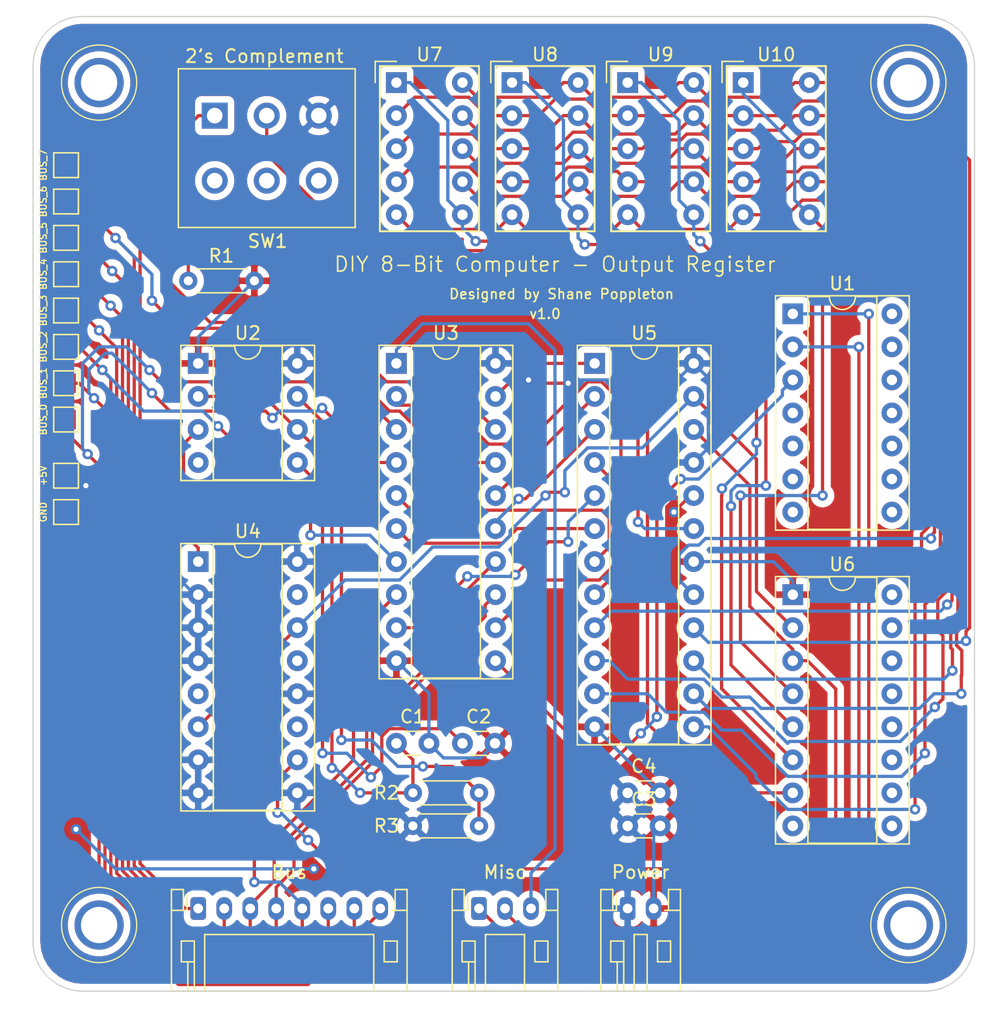
<source format=kicad_pcb>
(kicad_pcb (version 20171130) (host pcbnew "(5.1.2-1)-1")
  (layers (0 F.Cu signal) (31 B.Cu signal) (34 B.Paste user) (35 F.Paste user) (36 B.SilkS user) (37 F.SilkS user) (38 B.Mask user) (39 F.Mask user) (44 Edge.Cuts user))
  (net 0 "")
  (net 1 GND)
  (net 2 "Net-(C1-Pad1)")
  (net 3 "Net-(C2-Pad1)")
  (net 4 +5V)
  (net 5 /BUS_7)
  (net 6 /BUS_6)
  (net 7 /BUS_5)
  (net 8 /BUS_4)
  (net 9 /BUS_3)
  (net 10 /BUS_2)
  (net 11 /BUS_1)
  (net 12 /BUS_0)
  (net 13 /OI)
  (net 14 /CLK)
  (net 15 /~CLR~)
  (net 16 "Net-(R1-Pad1)")
  (net 17 "Net-(R2-Pad1)")
  (net 18 "Net-(SW1-Pad2)")
  (net 19 "Net-(U1-Pad3)")
  (net 20 "Net-(U2-Pad3)")
  (net 21 "Net-(U2-Pad4)")
  (net 22 "Net-(U3-Pad2)")
  (net 23 "Net-(U3-Pad12)")
  (net 24 "Net-(U3-Pad5)")
  (net 25 "Net-(U3-Pad15)")
  (net 26 "Net-(U3-Pad6)")
  (net 27 "Net-(U3-Pad16)")
  (net 28 "Net-(U3-Pad9)")
  (net 29 "Net-(U3-Pad19)")
  (net 30 "Net-(U4-Pad15)")
  (net 31 "Net-(U4-Pad14)")
  (net 32 "Net-(U4-Pad11)")
  (net 33 "Net-(U4-Pad10)")
  (net 34 "Net-(U10-Pad5)")
  (net 35 "Net-(U10-Pad8)")
  (net 36 "Net-(U10-Pad9)")
  (net 37 "Net-(U10-Pad10)")
  (net 38 "Net-(U10-Pad7)")
  (net 39 "Net-(U10-Pad3)")
  (net 40 "Net-(U10-Pad2)")
  (net 41 "Net-(U10-Pad4)")
  (net 42 "Net-(U10-Pad1)")
  (net 43 "Net-(U6-Pad5)")
  (net 44 "Net-(U6-Pad6)")
  (net 45 "Net-(U6-Pad7)")
  (module Package_DIP:DIP-14_W7.62mm_Socket (layer F.Cu) (at 167.132 84.328)
    (fp_text reference U1 (at 3.81 -2.33) (layer F.SilkS))
    (fp_text value 74LS08)
    (pad 1 thru_hole rect (at 0 0) (size 1.6 1.6) (drill 0.8) (layers *.Cu *.Mask) (net 13 /OI))
    (pad 8 thru_hole oval (at 7.62 15.24) (size 1.6 1.6) (drill 0.8) (layers *.Cu *.Mask))
    (pad 2 thru_hole oval (at 0 2.54) (size 1.6 1.6) (drill 0.8) (layers *.Cu *.Mask) (net 14 /CLK))
    (pad 9 thru_hole oval (at 7.62 12.7) (size 1.6 1.6) (drill 0.8) (layers *.Cu *.Mask))
    (pad 3 thru_hole oval (at 0 5.08) (size 1.6 1.6) (drill 0.8) (layers *.Cu *.Mask) (net 19 "Net-(U1-Pad3)"))
    (pad 10 thru_hole oval (at 7.62 10.16) (size 1.6 1.6) (drill 0.8) (layers *.Cu *.Mask))
    (pad 4 thru_hole oval (at 0 7.62) (size 1.6 1.6) (drill 0.8) (layers *.Cu *.Mask))
    (pad 11 thru_hole oval (at 7.62 7.62) (size 1.6 1.6) (drill 0.8) (layers *.Cu *.Mask))
    (pad 5 thru_hole oval (at 0 10.16) (size 1.6 1.6) (drill 0.8) (layers *.Cu *.Mask))
    (pad 12 thru_hole oval (at 7.62 5.08) (size 1.6 1.6) (drill 0.8) (layers *.Cu *.Mask))
    (pad 6 thru_hole oval (at 0 12.7) (size 1.6 1.6) (drill 0.8) (layers *.Cu *.Mask))
    (pad 13 thru_hole oval (at 7.62 2.54) (size 1.6 1.6) (drill 0.8) (layers *.Cu *.Mask))
    (pad 7 thru_hole oval (at 0 15.24) (size 1.6 1.6) (drill 0.8) (layers *.Cu *.Mask))
    (pad 14 thru_hole oval (at 7.62 0) (size 1.6 1.6) (drill 0.8) (layers *.Cu *.Mask))
  )
  (module Digikey:Test-Point-Pin_Drill2.79mm (layer F.Cu) (at 176.022 131.318)
    (fp_text reference REF** hide)
    (fp_text value Test-Point-Pin_Drill2.79mm hide)
    (pad 1 thru_hole circle (at 0 0) (size 3.79 3.79) (drill 2.79) (layers *.Cu *.Mask))
  )
  (module Digikey:Test-Point-Pin_Drill2.79mm (layer F.Cu) (at 176.022 66.548)
    (fp_text reference REF** hide)
    (fp_text value Test-Point-Pin_Drill2.79mm hide)
    (pad 1 thru_hole circle (at 0 0) (size 3.79 3.79) (drill 2.79) (layers *.Cu *.Mask))
  )
  (module Digikey:Test-Point-Pin_Drill2.79mm (layer F.Cu) (at 113.792 131.318)
    (fp_text reference REF** hide)
    (fp_text value Test-Point-Pin_Drill2.79mm hide)
    (pad 1 thru_hole circle (at 0 0) (size 3.79 3.79) (drill 2.79) (layers *.Cu *.Mask))
  )
  (module Digikey:Test-Point-Pin_Drill2.79mm (layer F.Cu) (at 113.792 66.548)
    (fp_text reference REF** hide)
    (fp_text value Test-Point-Pin_Drill2.79mm hide)
    (pad 1 thru_hole circle (at 0 0) (size 3.79 3.79) (drill 2.79) (layers *.Cu *.Mask))
  )
  (module Capacitor_THT:C_Disc_D3.0mm_W1.6mm_P2.50mm (layer F.Cu) (at 136.652 117.348)
    (fp_text reference C1 (at 1.25 -2.05) (layer F.SilkS))
    (fp_text value 10nF)
    (pad 2 thru_hole circle (at 2.5 0) (size 1.6 1.6) (drill 0.8) (layers *.Cu *.Mask) (net 1 GND))
    (pad 1 thru_hole circle (at 0 0) (size 1.6 1.6) (drill 0.8) (layers *.Cu *.Mask) (net 2 "Net-(C1-Pad1)"))
  )
  (module Capacitor_THT:C_Disc_D3.0mm_W1.6mm_P2.50mm (layer F.Cu) (at 141.732 117.348)
    (fp_text reference C2 (at 1.25 -2.05) (layer F.SilkS))
    (fp_text value 10nF)
    (pad 1 thru_hole circle (at 0 0) (size 1.6 1.6) (drill 0.8) (layers *.Cu *.Mask) (net 3 "Net-(C2-Pad1)"))
    (pad 2 thru_hole circle (at 2.5 0) (size 1.6 1.6) (drill 0.8) (layers *.Cu *.Mask) (net 1 GND))
  )
  (module Capacitor_THT:C_Disc_D3.0mm_W1.6mm_P2.50mm (layer F.Cu) (at 154.432 123.698)
    (fp_text reference C3 (at 1.25 -2.05) (layer F.SilkS))
    (fp_text value 100nF)
    (pad 1 thru_hole circle (at 0 0) (size 1.6 1.6) (drill 0.8) (layers *.Cu *.Mask) (net 4 +5V))
    (pad 2 thru_hole circle (at 2.5 0) (size 1.6 1.6) (drill 0.8) (layers *.Cu *.Mask) (net 1 GND))
  )
  (module Capacitor_THT:C_Disc_D3.0mm_W1.6mm_P2.50mm (layer F.Cu) (at 154.432 121.158)
    (fp_text reference C4 (at 1.25 -2.05) (layer F.SilkS))
    (fp_text value 100nF)
    (pad 2 thru_hole circle (at 2.5 0) (size 1.6 1.6) (drill 0.8) (layers *.Cu *.Mask) (net 1 GND))
    (pad 1 thru_hole circle (at 0 0) (size 1.6 1.6) (drill 0.8) (layers *.Cu *.Mask) (net 4 +5V))
  )
  (module Connector_JST:JST_PH_S8B-PH-K_1x08_P2.00mm_Horizontal (layer F.Cu) (at 121.412 130.048)
    (fp_text reference J1 hide)
    (fp_text value Bus (at 7 -2.794) (layer F.SilkS))
    (pad 1 thru_hole roundrect (at 0 0) (size 1.2 1.75) (drill 0.75) (layers *.Cu *.Mask) (roundrect_rratio 0.208333) (net 5 /BUS_7))
    (pad 2 thru_hole oval (at 2 0) (size 1.2 1.75) (drill 0.75) (layers *.Cu *.Mask) (net 6 /BUS_6))
    (pad 3 thru_hole oval (at 4 0) (size 1.2 1.75) (drill 0.75) (layers *.Cu *.Mask) (net 7 /BUS_5))
    (pad 4 thru_hole oval (at 6 0) (size 1.2 1.75) (drill 0.75) (layers *.Cu *.Mask) (net 8 /BUS_4))
    (pad 5 thru_hole oval (at 8 0) (size 1.2 1.75) (drill 0.75) (layers *.Cu *.Mask) (net 9 /BUS_3))
    (pad 6 thru_hole oval (at 10 0) (size 1.2 1.75) (drill 0.75) (layers *.Cu *.Mask) (net 10 /BUS_2))
    (pad 7 thru_hole oval (at 12 0) (size 1.2 1.75) (drill 0.75) (layers *.Cu *.Mask) (net 11 /BUS_1))
    (pad 8 thru_hole oval (at 14 0) (size 1.2 1.75) (drill 0.75) (layers *.Cu *.Mask) (net 12 /BUS_0))
  )
  (module Connector_JST:JST_PH_S2B-PH-K_1x02_P2.00mm_Horizontal (layer F.Cu) (at 154.432 130.048)
    (fp_text reference J2 hide)
    (fp_text value Power (at 1 -2.794) (layer F.SilkS))
    (pad 1 thru_hole roundrect (at 0 0) (size 1.2 1.75) (drill 0.75) (layers *.Cu *.Mask) (roundrect_rratio 0.208333) (net 4 +5V))
    (pad 2 thru_hole oval (at 2 0) (size 1.2 1.75) (drill 0.75) (layers *.Cu *.Mask) (net 1 GND))
  )
  (module Connector_JST:JST_PH_S3B-PH-K_1x03_P2.00mm_Horizontal (layer F.Cu) (at 143.002 130.048)
    (fp_text reference J3 hide)
    (fp_text value Misc (at 2 -2.794) (layer F.SilkS))
    (pad 1 thru_hole roundrect (at 0 0) (size 1.2 1.75) (drill 0.75) (layers *.Cu *.Mask) (roundrect_rratio 0.208333) (net 13 /OI))
    (pad 2 thru_hole oval (at 2 0) (size 1.2 1.75) (drill 0.75) (layers *.Cu *.Mask) (net 14 /CLK))
    (pad 3 thru_hole oval (at 4 0) (size 1.2 1.75) (drill 0.75) (layers *.Cu *.Mask) (net 15 /~CLR~))
  )
  (module Resistor_THT:R_Axial_DIN0204_L3.6mm_D1.6mm_P5.08mm_Horizontal (layer F.Cu) (at 120.65 81.788)
    (fp_text reference R1 (at 2.54 -1.92) (layer F.SilkS))
    (fp_text value 10K)
    (pad 1 thru_hole circle (at 0 0) (size 1.4 1.4) (drill 0.7) (layers *.Cu *.Mask) (net 16 "Net-(R1-Pad1)"))
    (pad 2 thru_hole oval (at 5.08 0) (size 1.4 1.4) (drill 0.7) (layers *.Cu *.Mask) (net 1 GND))
  )
  (module Resistor_THT:R_Axial_DIN0204_L3.6mm_D1.6mm_P5.08mm_Horizontal (layer F.Cu) (at 143.002 121.158 180)
    (fp_text reference R2 (at 7.112 0) (layer F.SilkS))
    (fp_text value 100K)
    (pad 1 thru_hole circle (at 0 0 180) (size 1.4 1.4) (drill 0.7) (layers *.Cu *.Mask) (net 17 "Net-(R2-Pad1)"))
    (pad 2 thru_hole oval (at 5.08 0 180) (size 1.4 1.4) (drill 0.7) (layers *.Cu *.Mask) (net 2 "Net-(C1-Pad1)"))
  )
  (module Resistor_THT:R_Axial_DIN0204_L3.6mm_D1.6mm_P5.08mm_Horizontal (layer F.Cu) (at 137.922 123.698)
    (fp_text reference R3 (at -2.032 0) (layer F.SilkS))
    (fp_text value 1K)
    (pad 2 thru_hole oval (at 5.08 0) (size 1.4 1.4) (drill 0.7) (layers *.Cu *.Mask) (net 17 "Net-(R2-Pad1)"))
    (pad 1 thru_hole circle (at 0 0) (size 1.4 1.4) (drill 0.7) (layers *.Cu *.Mask) (net 4 +5V))
  )
  (module Button_Switch_THT:SW_PUSH_E-Switch_FS5700DP_DPDT (layer F.Cu) (at 122.682 69.088)
    (fp_text reference SW1 (at 4.064 9.652) (layer F.SilkS))
    (fp_text value Negative)
    (pad 1 thru_hole rect (at 0 0) (size 2 2) (drill 1.2) (layers *.Cu *.Mask) (net 16 "Net-(R1-Pad1)"))
    (pad 2 thru_hole circle (at 4 0) (size 2 2) (drill 1.2) (layers *.Cu *.Mask) (net 18 "Net-(SW1-Pad2)"))
    (pad 3 thru_hole circle (at 8 0) (size 2 2) (drill 1.2) (layers *.Cu *.Mask) (net 4 +5V))
    (pad 4 thru_hole circle (at 0 5) (size 2 2) (drill 1.2) (layers *.Cu *.Mask))
    (pad 5 thru_hole circle (at 4 5) (size 2 2) (drill 1.2) (layers *.Cu *.Mask))
    (pad 6 thru_hole circle (at 8 5) (size 2 2) (drill 1.2) (layers *.Cu *.Mask))
  )
  (module TestPoint:TestPoint_Pad_1.5x1.5mm (layer F.Cu) (at 111.252 92.456 270)
    (fp_text reference TP1 hide)
    (fp_text value BUS_0 (at 0 1.75 90) (layer F.SilkS) (effects (font (size 0.508 0.508) (thickness 0.1016))))
    (pad 1 smd rect (at 0 0 270) (size 1.5 1.5) (layers F.Cu F.Mask) (net 12 /BUS_0))
  )
  (module TestPoint:TestPoint_Pad_1.5x1.5mm (layer F.Cu) (at 111.252 89.662 270)
    (fp_text reference TP2 hide)
    (fp_text value BUS_1 (at 0 1.75 90) (layer F.SilkS) (effects (font (size 0.508 0.508) (thickness 0.1016))))
    (pad 1 smd rect (at 0 0 270) (size 1.5 1.5) (layers F.Cu F.Mask) (net 11 /BUS_1))
  )
  (module TestPoint:TestPoint_Pad_1.5x1.5mm (layer F.Cu) (at 111.252 86.868 270)
    (fp_text reference TP3 hide)
    (fp_text value BUS_2 (at 0 1.75 90) (layer F.SilkS) (effects (font (size 0.508 0.508) (thickness 0.1016))))
    (pad 1 smd rect (at 0 0 270) (size 1.5 1.5) (layers F.Cu F.Mask) (net 10 /BUS_2))
  )
  (module TestPoint:TestPoint_Pad_1.5x1.5mm (layer F.Cu) (at 111.252 84.074 270)
    (fp_text reference TP4 hide)
    (fp_text value BUS_3 (at 0 1.75 90) (layer F.SilkS) (effects (font (size 0.508 0.508) (thickness 0.1016))))
    (pad 1 smd rect (at 0 0 270) (size 1.5 1.5) (layers F.Cu F.Mask) (net 9 /BUS_3))
  )
  (module TestPoint:TestPoint_Pad_1.5x1.5mm (layer F.Cu) (at 111.252 81.28 270)
    (fp_text reference TP5 hide)
    (fp_text value BUS_4 (at 0 1.75 90) (layer F.SilkS) (effects (font (size 0.508 0.508) (thickness 0.1016))))
    (pad 1 smd rect (at 0 0 270) (size 1.5 1.5) (layers F.Cu F.Mask) (net 8 /BUS_4))
  )
  (module TestPoint:TestPoint_Pad_1.5x1.5mm (layer F.Cu) (at 111.252 78.486 270)
    (fp_text reference TP6 hide)
    (fp_text value BUS_5 (at 0 1.75 90) (layer F.SilkS) (effects (font (size 0.508 0.508) (thickness 0.1016))))
    (pad 1 smd rect (at 0 0 270) (size 1.5 1.5) (layers F.Cu F.Mask) (net 7 /BUS_5))
  )
  (module TestPoint:TestPoint_Pad_1.5x1.5mm (layer F.Cu) (at 111.252 75.692 270)
    (fp_text reference TP7 hide)
    (fp_text value BUS_6 (at 0 1.75 90) (layer F.SilkS) (effects (font (size 0.508 0.508) (thickness 0.1016))))
    (pad 1 smd rect (at 0 0 270) (size 1.5 1.5) (layers F.Cu F.Mask) (net 6 /BUS_6))
  )
  (module TestPoint:TestPoint_Pad_1.5x1.5mm (layer F.Cu) (at 111.252 72.898 270)
    (fp_text reference TP8 hide)
    (fp_text value BUS_7 (at 0 1.75 90) (layer F.SilkS) (effects (font (size 0.508 0.508) (thickness 0.1016))))
    (pad 1 smd rect (at 0 0 270) (size 1.5 1.5) (layers F.Cu F.Mask) (net 5 /BUS_7))
  )
  (module TestPoint:TestPoint_Pad_1.5x1.5mm (layer F.Cu) (at 111.252 96.774 270)
    (fp_text reference TP9 hide)
    (fp_text value +5V (at 0 1.75 90) (layer F.SilkS) (effects (font (size 0.508 0.508) (thickness 0.1016))))
    (pad 1 smd rect (at 0 0 270) (size 1.5 1.5) (layers F.Cu F.Mask) (net 4 +5V))
  )
  (module TestPoint:TestPoint_Pad_1.5x1.5mm (layer F.Cu) (at 111.252 99.568 270)
    (fp_text reference TP10 hide)
    (fp_text value GND (at 0 1.75 90) (layer F.SilkS) (effects (font (size 0.508 0.508) (thickness 0.1016))))
    (pad 1 smd rect (at 0 0 270) (size 1.5 1.5) (layers F.Cu F.Mask) (net 1 GND))
  )
  (module Package_DIP:DIP-8_W7.62mm_Socket (layer F.Cu) (at 121.412 88.138)
    (fp_text reference U2 (at 3.81 -2.33) (layer F.SilkS))
    (fp_text value LM555)
    (pad 1 thru_hole rect (at 0 0) (size 1.6 1.6) (drill 0.8) (layers *.Cu *.Mask) (net 1 GND))
    (pad 5 thru_hole oval (at 7.62 7.62) (size 1.6 1.6) (drill 0.8) (layers *.Cu *.Mask) (net 3 "Net-(C2-Pad1)"))
    (pad 2 thru_hole oval (at 0 2.54) (size 1.6 1.6) (drill 0.8) (layers *.Cu *.Mask) (net 2 "Net-(C1-Pad1)"))
    (pad 6 thru_hole oval (at 7.62 5.08) (size 1.6 1.6) (drill 0.8) (layers *.Cu *.Mask) (net 2 "Net-(C1-Pad1)"))
    (pad 3 thru_hole oval (at 0 5.08) (size 1.6 1.6) (drill 0.8) (layers *.Cu *.Mask) (net 20 "Net-(U2-Pad3)"))
    (pad 7 thru_hole oval (at 7.62 2.54) (size 1.6 1.6) (drill 0.8) (layers *.Cu *.Mask) (net 17 "Net-(R2-Pad1)"))
    (pad 4 thru_hole oval (at 0 7.62) (size 1.6 1.6) (drill 0.8) (layers *.Cu *.Mask) (net 21 "Net-(U2-Pad4)"))
    (pad 8 thru_hole oval (at 7.62 0) (size 1.6 1.6) (drill 0.8) (layers *.Cu *.Mask) (net 4 +5V))
  )
  (module Package_DIP:DIP-20_W7.62mm_Socket (layer F.Cu) (at 136.652 88.138)
    (fp_text reference U3 (at 3.81 -2.33) (layer F.SilkS))
    (fp_text value 74LS273)
    (pad 1 thru_hole rect (at 0 0) (size 1.6 1.6) (drill 0.8) (layers *.Cu *.Mask) (net 15 /~CLR~))
    (pad 11 thru_hole oval (at 7.62 22.86) (size 1.6 1.6) (drill 0.8) (layers *.Cu *.Mask) (net 19 "Net-(U1-Pad3)"))
    (pad 2 thru_hole oval (at 0 2.54) (size 1.6 1.6) (drill 0.8) (layers *.Cu *.Mask) (net 22 "Net-(U3-Pad2)"))
    (pad 12 thru_hole oval (at 7.62 20.32) (size 1.6 1.6) (drill 0.8) (layers *.Cu *.Mask) (net 23 "Net-(U3-Pad12)"))
    (pad 3 thru_hole oval (at 0 5.08) (size 1.6 1.6) (drill 0.8) (layers *.Cu *.Mask) (net 12 /BUS_0))
    (pad 13 thru_hole oval (at 7.62 17.78) (size 1.6 1.6) (drill 0.8) (layers *.Cu *.Mask) (net 8 /BUS_4))
    (pad 4 thru_hole oval (at 0 7.62) (size 1.6 1.6) (drill 0.8) (layers *.Cu *.Mask) (net 11 /BUS_1))
    (pad 14 thru_hole oval (at 7.62 15.24) (size 1.6 1.6) (drill 0.8) (layers *.Cu *.Mask) (net 7 /BUS_5))
    (pad 5 thru_hole oval (at 0 10.16) (size 1.6 1.6) (drill 0.8) (layers *.Cu *.Mask) (net 24 "Net-(U3-Pad5)"))
    (pad 15 thru_hole oval (at 7.62 12.7) (size 1.6 1.6) (drill 0.8) (layers *.Cu *.Mask) (net 25 "Net-(U3-Pad15)"))
    (pad 6 thru_hole oval (at 0 12.7) (size 1.6 1.6) (drill 0.8) (layers *.Cu *.Mask) (net 26 "Net-(U3-Pad6)"))
    (pad 16 thru_hole oval (at 7.62 10.16) (size 1.6 1.6) (drill 0.8) (layers *.Cu *.Mask) (net 27 "Net-(U3-Pad16)"))
    (pad 7 thru_hole oval (at 0 15.24) (size 1.6 1.6) (drill 0.8) (layers *.Cu *.Mask) (net 10 /BUS_2))
    (pad 17 thru_hole oval (at 7.62 7.62) (size 1.6 1.6) (drill 0.8) (layers *.Cu *.Mask) (net 6 /BUS_6))
    (pad 8 thru_hole oval (at 0 17.78) (size 1.6 1.6) (drill 0.8) (layers *.Cu *.Mask) (net 9 /BUS_3))
    (pad 18 thru_hole oval (at 7.62 5.08) (size 1.6 1.6) (drill 0.8) (layers *.Cu *.Mask) (net 5 /BUS_7))
    (pad 9 thru_hole oval (at 0 20.32) (size 1.6 1.6) (drill 0.8) (layers *.Cu *.Mask) (net 28 "Net-(U3-Pad9)"))
    (pad 19 thru_hole oval (at 7.62 2.54) (size 1.6 1.6) (drill 0.8) (layers *.Cu *.Mask) (net 29 "Net-(U3-Pad19)"))
    (pad 10 thru_hole oval (at 0 22.86) (size 1.6 1.6) (drill 0.8) (layers *.Cu *.Mask) (net 1 GND))
    (pad 20 thru_hole oval (at 7.62 0) (size 1.6 1.6) (drill 0.8) (layers *.Cu *.Mask) (net 4 +5V))
  )
  (module Package_DIP:DIP-16_W7.62mm_Socket (layer F.Cu) (at 121.412 103.378)
    (fp_text reference U4 (at 3.81 -2.33) (layer F.SilkS))
    (fp_text value 74LS76)
    (pad 16 thru_hole oval (at 7.62 0) (size 1.6 1.6) (drill 0.8) (layers *.Cu *.Mask) (net 4 +5V))
    (pad 8 thru_hole oval (at 0 17.78) (size 1.6 1.6) (drill 0.8) (layers *.Cu *.Mask) (net 4 +5V))
    (pad 15 thru_hole oval (at 7.62 2.54) (size 1.6 1.6) (drill 0.8) (layers *.Cu *.Mask) (net 30 "Net-(U4-Pad15)"))
    (pad 7 thru_hole oval (at 0 15.24) (size 1.6 1.6) (drill 0.8) (layers *.Cu *.Mask) (net 4 +5V))
    (pad 14 thru_hole oval (at 7.62 5.08) (size 1.6 1.6) (drill 0.8) (layers *.Cu *.Mask) (net 31 "Net-(U4-Pad14)"))
    (pad 6 thru_hole oval (at 0 12.7) (size 1.6 1.6) (drill 0.8) (layers *.Cu *.Mask) (net 31 "Net-(U4-Pad14)"))
    (pad 13 thru_hole oval (at 7.62 7.62) (size 1.6 1.6) (drill 0.8) (layers *.Cu *.Mask))
    (pad 5 thru_hole oval (at 0 10.16) (size 1.6 1.6) (drill 0.8) (layers *.Cu *.Mask))
    (pad 12 thru_hole oval (at 7.62 10.16) (size 1.6 1.6) (drill 0.8) (layers *.Cu *.Mask) (net 4 +5V))
    (pad 4 thru_hole oval (at 0 7.62) (size 1.6 1.6) (drill 0.8) (layers *.Cu *.Mask) (net 4 +5V))
    (pad 11 thru_hole oval (at 7.62 12.7) (size 1.6 1.6) (drill 0.8) (layers *.Cu *.Mask) (net 32 "Net-(U4-Pad11)"))
    (pad 3 thru_hole oval (at 0 5.08) (size 1.6 1.6) (drill 0.8) (layers *.Cu *.Mask) (net 4 +5V))
    (pad 10 thru_hole oval (at 7.62 15.24) (size 1.6 1.6) (drill 0.8) (layers *.Cu *.Mask) (net 33 "Net-(U4-Pad10)"))
    (pad 2 thru_hole oval (at 0 2.54) (size 1.6 1.6) (drill 0.8) (layers *.Cu *.Mask) (net 4 +5V))
    (pad 9 thru_hole oval (at 7.62 17.78) (size 1.6 1.6) (drill 0.8) (layers *.Cu *.Mask) (net 4 +5V))
    (pad 1 thru_hole rect (at 0 0) (size 1.6 1.6) (drill 0.8) (layers *.Cu *.Mask) (net 20 "Net-(U2-Pad3)"))
  )
  (module Package_DIP:DIP-24_W7.62mm_Socket (layer F.Cu) (at 151.892 88.138)
    (fp_text reference U5 (at 3.81 -2.33) (layer F.SilkS))
    (fp_text value 24C16)
    (pad 1 thru_hole rect (at 0 0) (size 1.6 1.6) (drill 0.8) (layers *.Cu *.Mask) (net 29 "Net-(U3-Pad19)"))
    (pad 13 thru_hole oval (at 7.62 27.94) (size 1.6 1.6) (drill 0.8) (layers *.Cu *.Mask) (net 34 "Net-(U10-Pad5)"))
    (pad 2 thru_hole oval (at 0 2.54) (size 1.6 1.6) (drill 0.8) (layers *.Cu *.Mask) (net 27 "Net-(U3-Pad16)"))
    (pad 14 thru_hole oval (at 7.62 25.4) (size 1.6 1.6) (drill 0.8) (layers *.Cu *.Mask) (net 35 "Net-(U10-Pad8)"))
    (pad 3 thru_hole oval (at 0 5.08) (size 1.6 1.6) (drill 0.8) (layers *.Cu *.Mask) (net 25 "Net-(U3-Pad15)"))
    (pad 15 thru_hole oval (at 7.62 22.86) (size 1.6 1.6) (drill 0.8) (layers *.Cu *.Mask) (net 36 "Net-(U10-Pad9)"))
    (pad 4 thru_hole oval (at 0 7.62) (size 1.6 1.6) (drill 0.8) (layers *.Cu *.Mask) (net 23 "Net-(U3-Pad12)"))
    (pad 16 thru_hole oval (at 7.62 20.32) (size 1.6 1.6) (drill 0.8) (layers *.Cu *.Mask) (net 37 "Net-(U10-Pad10)"))
    (pad 5 thru_hole oval (at 0 10.16) (size 1.6 1.6) (drill 0.8) (layers *.Cu *.Mask) (net 28 "Net-(U3-Pad9)"))
    (pad 17 thru_hole oval (at 7.62 17.78) (size 1.6 1.6) (drill 0.8) (layers *.Cu *.Mask) (net 38 "Net-(U10-Pad7)"))
    (pad 6 thru_hole oval (at 0 12.7) (size 1.6 1.6) (drill 0.8) (layers *.Cu *.Mask) (net 26 "Net-(U3-Pad6)"))
    (pad 18 thru_hole oval (at 7.62 15.24) (size 1.6 1.6) (drill 0.8) (layers *.Cu *.Mask) (net 1 GND))
    (pad 7 thru_hole oval (at 0 15.24) (size 1.6 1.6) (drill 0.8) (layers *.Cu *.Mask) (net 24 "Net-(U3-Pad5)"))
    (pad 19 thru_hole oval (at 7.62 12.7) (size 1.6 1.6) (drill 0.8) (layers *.Cu *.Mask) (net 18 "Net-(SW1-Pad2)"))
    (pad 8 thru_hole oval (at 0 17.78) (size 1.6 1.6) (drill 0.8) (layers *.Cu *.Mask) (net 22 "Net-(U3-Pad2)"))
    (pad 20 thru_hole oval (at 7.62 10.16) (size 1.6 1.6) (drill 0.8) (layers *.Cu *.Mask) (net 1 GND))
    (pad 9 thru_hole oval (at 0 20.32) (size 1.6 1.6) (drill 0.8) (layers *.Cu *.Mask) (net 39 "Net-(U10-Pad3)"))
    (pad 21 thru_hole oval (at 7.62 7.62) (size 1.6 1.6) (drill 0.8) (layers *.Cu *.Mask) (net 4 +5V))
    (pad 10 thru_hole oval (at 0 22.86) (size 1.6 1.6) (drill 0.8) (layers *.Cu *.Mask) (net 40 "Net-(U10-Pad2)"))
    (pad 22 thru_hole oval (at 7.62 5.08) (size 1.6 1.6) (drill 0.8) (layers *.Cu *.Mask) (net 33 "Net-(U4-Pad10)"))
    (pad 11 thru_hole oval (at 0 25.4) (size 1.6 1.6) (drill 0.8) (layers *.Cu *.Mask) (net 41 "Net-(U10-Pad4)"))
    (pad 23 thru_hole oval (at 7.62 2.54) (size 1.6 1.6) (drill 0.8) (layers *.Cu *.Mask) (net 31 "Net-(U4-Pad14)"))
    (pad 12 thru_hole oval (at 0 27.94) (size 1.6 1.6) (drill 0.8) (layers *.Cu *.Mask) (net 1 GND))
    (pad 24 thru_hole oval (at 7.62 0) (size 1.6 1.6) (drill 0.8) (layers *.Cu *.Mask) (net 4 +5V))
  )
  (module Package_DIP:DIP-16_W7.62mm_Socket (layer F.Cu) (at 167.132 105.918)
    (fp_text reference U6 (at 3.81 -2.33) (layer F.SilkS))
    (fp_text value 74LS139)
    (pad 1 thru_hole rect (at 0 0) (size 1.6 1.6) (drill 0.8) (layers *.Cu *.Mask) (net 1 GND))
    (pad 9 thru_hole oval (at 7.62 17.78) (size 1.6 1.6) (drill 0.8) (layers *.Cu *.Mask))
    (pad 2 thru_hole oval (at 0 2.54) (size 1.6 1.6) (drill 0.8) (layers *.Cu *.Mask) (net 31 "Net-(U4-Pad14)"))
    (pad 10 thru_hole oval (at 7.62 15.24) (size 1.6 1.6) (drill 0.8) (layers *.Cu *.Mask))
    (pad 3 thru_hole oval (at 0 5.08) (size 1.6 1.6) (drill 0.8) (layers *.Cu *.Mask) (net 33 "Net-(U4-Pad10)"))
    (pad 11 thru_hole oval (at 7.62 12.7) (size 1.6 1.6) (drill 0.8) (layers *.Cu *.Mask))
    (pad 4 thru_hole oval (at 0 7.62) (size 1.6 1.6) (drill 0.8) (layers *.Cu *.Mask) (net 42 "Net-(U10-Pad1)"))
    (pad 12 thru_hole oval (at 7.62 10.16) (size 1.6 1.6) (drill 0.8) (layers *.Cu *.Mask))
    (pad 5 thru_hole oval (at 0 10.16) (size 1.6 1.6) (drill 0.8) (layers *.Cu *.Mask) (net 43 "Net-(U6-Pad5)"))
    (pad 13 thru_hole oval (at 7.62 7.62) (size 1.6 1.6) (drill 0.8) (layers *.Cu *.Mask))
    (pad 6 thru_hole oval (at 0 12.7) (size 1.6 1.6) (drill 0.8) (layers *.Cu *.Mask) (net 44 "Net-(U6-Pad6)"))
    (pad 14 thru_hole oval (at 7.62 5.08) (size 1.6 1.6) (drill 0.8) (layers *.Cu *.Mask))
    (pad 7 thru_hole oval (at 0 15.24) (size 1.6 1.6) (drill 0.8) (layers *.Cu *.Mask) (net 45 "Net-(U6-Pad7)"))
    (pad 15 thru_hole oval (at 7.62 2.54) (size 1.6 1.6) (drill 0.8) (layers *.Cu *.Mask))
    (pad 8 thru_hole oval (at 0 17.78) (size 1.6 1.6) (drill 0.8) (layers *.Cu *.Mask))
    (pad 16 thru_hole oval (at 7.62 0) (size 1.6 1.6) (drill 0.8) (layers *.Cu *.Mask))
  )
  (module Display_7Segment:HDSP-7401 (layer F.Cu) (at 136.652 66.548)
    (fp_text reference U7 (at 2.54 -2.159) (layer F.SilkS))
    (fp_text value HDSP-7403)
    (pad 10 thru_hole circle (at 5.08 0) (size 1.6 1.6) (drill 0.8) (layers *.Cu *.Mask) (net 37 "Net-(U10-Pad10)"))
    (pad 9 thru_hole circle (at 5.08 2.54) (size 1.6 1.6) (drill 0.8) (layers *.Cu *.Mask) (net 36 "Net-(U10-Pad9)"))
    (pad 8 thru_hole circle (at 5.08 5.08) (size 1.6 1.6) (drill 0.8) (layers *.Cu *.Mask) (net 35 "Net-(U10-Pad8)"))
    (pad 7 thru_hole circle (at 5.08 7.62) (size 1.6 1.6) (drill 0.8) (layers *.Cu *.Mask) (net 38 "Net-(U10-Pad7)"))
    (pad 6 thru_hole circle (at 5.08 10.16) (size 1.6 1.6) (drill 0.8) (layers *.Cu *.Mask) (net 45 "Net-(U6-Pad7)"))
    (pad 5 thru_hole circle (at 0 10.16) (size 1.6 1.6) (drill 0.8) (layers *.Cu *.Mask) (net 34 "Net-(U10-Pad5)"))
    (pad 4 thru_hole circle (at 0 7.62) (size 1.6 1.6) (drill 0.8) (layers *.Cu *.Mask) (net 41 "Net-(U10-Pad4)"))
    (pad 3 thru_hole circle (at 0 5.08) (size 1.6 1.6) (drill 0.8) (layers *.Cu *.Mask) (net 39 "Net-(U10-Pad3)"))
    (pad 2 thru_hole circle (at 0 2.54) (size 1.6 1.6) (drill 0.8) (layers *.Cu *.Mask) (net 40 "Net-(U10-Pad2)"))
    (pad 1 thru_hole rect (at 0 0) (size 1.6 1.6) (drill 0.8) (layers *.Cu *.Mask) (net 45 "Net-(U6-Pad7)"))
  )
  (module Display_7Segment:HDSP-7401 (layer F.Cu) (at 145.542 66.548)
    (fp_text reference U8 (at 2.54 -2.159) (layer F.SilkS))
    (fp_text value HDSP-7403)
    (pad 1 thru_hole rect (at 0 0) (size 1.6 1.6) (drill 0.8) (layers *.Cu *.Mask) (net 44 "Net-(U6-Pad6)"))
    (pad 2 thru_hole circle (at 0 2.54) (size 1.6 1.6) (drill 0.8) (layers *.Cu *.Mask) (net 40 "Net-(U10-Pad2)"))
    (pad 3 thru_hole circle (at 0 5.08) (size 1.6 1.6) (drill 0.8) (layers *.Cu *.Mask) (net 39 "Net-(U10-Pad3)"))
    (pad 4 thru_hole circle (at 0 7.62) (size 1.6 1.6) (drill 0.8) (layers *.Cu *.Mask) (net 41 "Net-(U10-Pad4)"))
    (pad 5 thru_hole circle (at 0 10.16) (size 1.6 1.6) (drill 0.8) (layers *.Cu *.Mask) (net 34 "Net-(U10-Pad5)"))
    (pad 6 thru_hole circle (at 5.08 10.16) (size 1.6 1.6) (drill 0.8) (layers *.Cu *.Mask) (net 44 "Net-(U6-Pad6)"))
    (pad 7 thru_hole circle (at 5.08 7.62) (size 1.6 1.6) (drill 0.8) (layers *.Cu *.Mask) (net 38 "Net-(U10-Pad7)"))
    (pad 8 thru_hole circle (at 5.08 5.08) (size 1.6 1.6) (drill 0.8) (layers *.Cu *.Mask) (net 35 "Net-(U10-Pad8)"))
    (pad 9 thru_hole circle (at 5.08 2.54) (size 1.6 1.6) (drill 0.8) (layers *.Cu *.Mask) (net 36 "Net-(U10-Pad9)"))
    (pad 10 thru_hole circle (at 5.08 0) (size 1.6 1.6) (drill 0.8) (layers *.Cu *.Mask) (net 37 "Net-(U10-Pad10)"))
  )
  (module Display_7Segment:HDSP-7401 (layer F.Cu) (at 154.432 66.548)
    (fp_text reference U9 (at 2.54 -2.159) (layer F.SilkS))
    (fp_text value HDSP-7403)
    (pad 10 thru_hole circle (at 5.08 0) (size 1.6 1.6) (drill 0.8) (layers *.Cu *.Mask) (net 37 "Net-(U10-Pad10)"))
    (pad 9 thru_hole circle (at 5.08 2.54) (size 1.6 1.6) (drill 0.8) (layers *.Cu *.Mask) (net 36 "Net-(U10-Pad9)"))
    (pad 8 thru_hole circle (at 5.08 5.08) (size 1.6 1.6) (drill 0.8) (layers *.Cu *.Mask) (net 35 "Net-(U10-Pad8)"))
    (pad 7 thru_hole circle (at 5.08 7.62) (size 1.6 1.6) (drill 0.8) (layers *.Cu *.Mask) (net 38 "Net-(U10-Pad7)"))
    (pad 6 thru_hole circle (at 5.08 10.16) (size 1.6 1.6) (drill 0.8) (layers *.Cu *.Mask) (net 43 "Net-(U6-Pad5)"))
    (pad 5 thru_hole circle (at 0 10.16) (size 1.6 1.6) (drill 0.8) (layers *.Cu *.Mask) (net 34 "Net-(U10-Pad5)"))
    (pad 4 thru_hole circle (at 0 7.62) (size 1.6 1.6) (drill 0.8) (layers *.Cu *.Mask) (net 41 "Net-(U10-Pad4)"))
    (pad 3 thru_hole circle (at 0 5.08) (size 1.6 1.6) (drill 0.8) (layers *.Cu *.Mask) (net 39 "Net-(U10-Pad3)"))
    (pad 2 thru_hole circle (at 0 2.54) (size 1.6 1.6) (drill 0.8) (layers *.Cu *.Mask) (net 40 "Net-(U10-Pad2)"))
    (pad 1 thru_hole rect (at 0 0) (size 1.6 1.6) (drill 0.8) (layers *.Cu *.Mask) (net 43 "Net-(U6-Pad5)"))
  )
  (module Display_7Segment:HDSP-7401 (layer F.Cu) (at 163.322 66.548)
    (fp_text reference U10 (at 2.54 -2.159) (layer F.SilkS))
    (fp_text value HDSP-7403)
    (pad 1 thru_hole rect (at 0 0) (size 1.6 1.6) (drill 0.8) (layers *.Cu *.Mask) (net 42 "Net-(U10-Pad1)"))
    (pad 2 thru_hole circle (at 0 2.54) (size 1.6 1.6) (drill 0.8) (layers *.Cu *.Mask) (net 40 "Net-(U10-Pad2)"))
    (pad 3 thru_hole circle (at 0 5.08) (size 1.6 1.6) (drill 0.8) (layers *.Cu *.Mask) (net 39 "Net-(U10-Pad3)"))
    (pad 4 thru_hole circle (at 0 7.62) (size 1.6 1.6) (drill 0.8) (layers *.Cu *.Mask) (net 41 "Net-(U10-Pad4)"))
    (pad 5 thru_hole circle (at 0 10.16) (size 1.6 1.6) (drill 0.8) (layers *.Cu *.Mask) (net 34 "Net-(U10-Pad5)"))
    (pad 6 thru_hole circle (at 5.08 10.16) (size 1.6 1.6) (drill 0.8) (layers *.Cu *.Mask) (net 42 "Net-(U10-Pad1)"))
    (pad 7 thru_hole circle (at 5.08 7.62) (size 1.6 1.6) (drill 0.8) (layers *.Cu *.Mask) (net 38 "Net-(U10-Pad7)"))
    (pad 8 thru_hole circle (at 5.08 5.08) (size 1.6 1.6) (drill 0.8) (layers *.Cu *.Mask) (net 35 "Net-(U10-Pad8)"))
    (pad 9 thru_hole circle (at 5.08 2.54) (size 1.6 1.6) (drill 0.8) (layers *.Cu *.Mask) (net 36 "Net-(U10-Pad9)"))
    (pad 10 thru_hole circle (at 5.08 0) (size 1.6 1.6) (drill 0.8) (layers *.Cu *.Mask) (net 37 "Net-(U10-Pad10)"))
  )
  (gr_text "2’s Complement" (at 126.492 64.516) (layer F.SilkS) (effects (font (size 1 1))))
  (gr_text v1.0 (at 148.082 84.328) (layer F.SilkS) (effects (font (size 0.762 0.762) (thickness 0.127))))
  (gr_text "Designed by Shane Poppleton" (at 149.352 82.804) (layer F.SilkS) (effects (font (size 0.762 0.762) (thickness 0.127))))
  (gr_text "DIY 8-Bit Computer - Output Register" (at 148.844 80.518) (layer F.SilkS) (effects (font (size 1.143 1.143) (thickness 0.127))))
  (gr_line (start 181.102 65.278) (end 181.102 132.588) (layer Edge.Cuts) (width 0.1))
  (gr_line (start 112.522 61.468) (end 177.292 61.468) (layer Edge.Cuts) (width 0.1))
  (gr_line (start 108.712 132.588) (end 108.712 65.278) (layer Edge.Cuts) (width 0.1))
  (gr_line (start 177.292 136.398) (end 112.522 136.398) (layer Edge.Cuts) (width 0.1))
  (gr_arc (start 112.522 132.588) (end 108.712 132.588) (angle -90) (layer Edge.Cuts) (width 0.1))
  (gr_arc (start 177.292 132.588) (end 177.292 136.398) (angle -90) (layer Edge.Cuts) (width 0.1))
  (gr_arc (start 177.292 65.278) (end 181.102 65.278) (angle -90) (layer Edge.Cuts) (width 0.1))
  (gr_arc (start 112.522 65.278) (end 112.522 61.468) (angle -90) (layer Edge.Cuts) (width 0.1))
  (segment (start 143.432001 118.147999) (end 144.232 117.348) (width 0.25) (layer B.Cu) (net 1))
  (segment (start 143.106999 118.473001) (end 143.432001 118.147999) (width 0.25) (layer B.Cu) (net 1))
  (segment (start 140.277001 118.473001) (end 143.106999 118.473001) (width 0.25) (layer B.Cu) (net 1))
  (segment (start 139.152 117.348) (end 140.277001 118.473001) (width 0.25) (layer B.Cu) (net 1))
  (segment (start 139.152 113.498) (end 136.652 110.998) (width 0.25) (layer B.Cu) (net 1))
  (segment (start 139.152 117.348) (end 139.152 113.498) (width 0.25) (layer B.Cu) (net 1))
  (segment (start 156.432 124.198) (end 156.932 123.698) (width 0.25) (layer B.Cu) (net 1))
  (segment (start 156.432 130.048) (end 156.432 124.198) (width 0.25) (layer B.Cu) (net 1))
  (segment (start 151.892 116.118) (end 151.892 116.078) (width 0.25) (layer B.Cu) (net 1))
  (segment (start 156.932 121.158) (end 151.892 116.118) (width 0.25) (layer B.Cu) (net 1))
  (segment (start 121.412 86.106) (end 125.73 81.788) (width 0.25) (layer B.Cu) (net 1))
  (segment (start 121.412 88.138) (end 121.412 86.106) (width 0.25) (layer B.Cu) (net 1))
  (segment (start 167.132 104.868) (end 167.132 105.918) (width 0.25) (layer B.Cu) (net 1))
  (segment (start 165.642 103.378) (end 167.132 104.868) (width 0.25) (layer B.Cu) (net 1))
  (segment (start 159.512 103.378) (end 165.642 103.378) (width 0.25) (layer B.Cu) (net 1))
  (via (at 157.988 99.568) (size 0.8) (drill 0.4) (layers F.Cu B.Cu) (net 1))
  (segment (start 159.258 98.298) (end 157.988 99.568) (width 0.25) (layer F.Cu) (net 1))
  (segment (start 159.512 98.298) (end 159.258 98.298) (width 0.25) (layer F.Cu) (net 1))
  (via (at 130.302 127) (size 0.8) (drill 0.4) (layers F.Cu B.Cu) (net 1))
  (via (at 112.014 123.952) (size 0.8) (drill 0.4) (layers F.Cu B.Cu) (net 1))
  (segment (start 115.062 127) (end 112.014 123.952) (width 0.25) (layer B.Cu) (net 1))
  (segment (start 130.302 127) (end 115.062 127) (width 0.25) (layer B.Cu) (net 1))
  (segment (start 126.492 90.678) (end 129.032 93.218) (width 0.25) (layer F.Cu) (net 2))
  (segment (start 121.412 90.678) (end 126.492 90.678) (width 0.25) (layer F.Cu) (net 2))
  (via (at 133.858 121.158) (size 0.8) (drill 0.4) (layers F.Cu B.Cu) (net 2))
  (segment (start 137.922 121.158) (end 133.858 121.158) (width 0.25) (layer F.Cu) (net 2))
  (via (at 131.694347 119.248347) (size 0.8) (drill 0.4) (layers F.Cu B.Cu) (net 2))
  (segment (start 131.948347 119.248347) (end 131.694347 119.248347) (width 0.25) (layer B.Cu) (net 2))
  (segment (start 133.858 121.158) (end 131.948347 119.248347) (width 0.25) (layer B.Cu) (net 2))
  (segment (start 131.694347 95.880347) (end 129.032 93.218) (width 0.25) (layer F.Cu) (net 2))
  (segment (start 131.694347 119.248347) (end 131.694347 95.880347) (width 0.25) (layer F.Cu) (net 2))
  (segment (start 137.922 118.618) (end 136.652 117.348) (width 0.25) (layer F.Cu) (net 2))
  (segment (start 137.922 121.158) (end 137.922 118.618) (width 0.25) (layer F.Cu) (net 2))
  (via (at 134.688858 119.956858) (size 0.8) (drill 0.4) (layers F.Cu B.Cu) (net 3))
  (segment (start 135.526999 119.118717) (end 134.688858 119.956858) (width 0.25) (layer F.Cu) (net 3))
  (segment (start 135.526999 116.807999) (end 135.526999 119.118717) (width 0.25) (layer F.Cu) (net 3))
  (segment (start 136.111999 116.222999) (end 135.526999 116.807999) (width 0.25) (layer F.Cu) (net 3))
  (segment (start 140.606999 116.222999) (end 136.111999 116.222999) (width 0.25) (layer F.Cu) (net 3))
  (segment (start 141.732 117.348) (end 140.606999 116.222999) (width 0.25) (layer F.Cu) (net 3))
  (via (at 130.969347 118.11) (size 0.8) (drill 0.4) (layers F.Cu B.Cu) (net 3))
  (segment (start 132.842 118.11) (end 130.969347 118.11) (width 0.25) (layer B.Cu) (net 3))
  (segment (start 134.688858 119.956858) (end 132.842 118.11) (width 0.25) (layer B.Cu) (net 3))
  (segment (start 130.969347 97.695347) (end 129.032 95.758) (width 0.25) (layer F.Cu) (net 3))
  (segment (start 130.969347 118.11) (end 130.969347 97.695347) (width 0.25) (layer F.Cu) (net 3))
  (via (at 112.776 97.536) (size 0.8) (drill 0.4) (layers F.Cu B.Cu) (net 4))
  (segment (start 112.014 96.774) (end 112.776 97.536) (width 0.25) (layer F.Cu) (net 4))
  (segment (start 111.252 96.774) (end 112.014 96.774) (width 0.25) (layer F.Cu) (net 4))
  (segment (start 121.158 105.918) (end 121.412 105.918) (width 0.25) (layer B.Cu) (net 4))
  (segment (start 112.776 97.536) (end 121.158 105.918) (width 0.25) (layer B.Cu) (net 4))
  (segment (start 160.311999 88.937999) (end 159.512 88.138) (width 0.25) (layer B.Cu) (net 4))
  (segment (start 160.637001 89.263001) (end 160.311999 88.937999) (width 0.25) (layer B.Cu) (net 4))
  (segment (start 160.637001 94.632999) (end 160.637001 89.263001) (width 0.25) (layer B.Cu) (net 4))
  (segment (start 159.512 95.758) (end 160.637001 94.632999) (width 0.25) (layer B.Cu) (net 4))
  (segment (start 150.114 89.408) (end 149.86 89.662) (width 0.25) (layer B.Cu) (net 4))
  (segment (start 158.242 89.408) (end 150.114 89.408) (width 0.25) (layer B.Cu) (net 4))
  (via (at 149.86 89.662) (size 0.8) (drill 0.4) (layers F.Cu B.Cu) (net 4))
  (segment (start 159.512 88.138) (end 158.242 89.408) (width 0.25) (layer B.Cu) (net 4))
  (segment (start 147.066 89.662) (end 146.812 89.408) (width 0.25) (layer F.Cu) (net 4))
  (via (at 146.812 89.408) (size 0.8) (drill 0.4) (layers F.Cu B.Cu) (net 4))
  (segment (start 149.86 89.662) (end 147.066 89.662) (width 0.25) (layer F.Cu) (net 4))
  (segment (start 145.542 88.138) (end 144.272 88.138) (width 0.25) (layer B.Cu) (net 4))
  (segment (start 146.812 89.408) (end 145.542 88.138) (width 0.25) (layer B.Cu) (net 4))
  (segment (start 112.252 72.898) (end 111.252 72.898) (width 0.25) (layer F.Cu) (net 5))
  (segment (start 116.94207 77.58807) (end 115.308 75.954) (width 0.25) (layer F.Cu) (net 5))
  (segment (start 116.94207 126.58561) (end 116.94207 77.58807) (width 0.25) (layer F.Cu) (net 5))
  (segment (start 120.40446 130.048) (end 116.94207 126.58561) (width 0.25) (layer F.Cu) (net 5))
  (segment (start 121.412 130.048) (end 120.40446 130.048) (width 0.25) (layer F.Cu) (net 5))
  (segment (start 115.308 75.954) (end 112.252 72.898) (width 0.25) (layer F.Cu) (net 5))
  (segment (start 117.72007 77.58807) (end 116.94207 77.58807) (width 0.25) (layer F.Cu) (net 5))
  (segment (start 140.606999 89.552999) (end 135.881997 89.552999) (width 0.25) (layer F.Cu) (net 5))
  (segment (start 122.327002 84.989002) (end 119.126 81.788) (width 0.25) (layer F.Cu) (net 5))
  (segment (start 119.126 78.994) (end 117.72007 77.58807) (width 0.25) (layer F.Cu) (net 5))
  (segment (start 135.881997 89.552999) (end 131.318 84.989002) (width 0.25) (layer F.Cu) (net 5))
  (segment (start 119.126 81.788) (end 119.126 78.994) (width 0.25) (layer F.Cu) (net 5))
  (segment (start 131.318 84.989002) (end 122.327002 84.989002) (width 0.25) (layer F.Cu) (net 5))
  (segment (start 144.272 93.218) (end 140.606999 89.552999) (width 0.25) (layer F.Cu) (net 5))
  (segment (start 116.49206 126.77201) (end 116.49206 79.93206) (width 0.25) (layer F.Cu) (net 6))
  (segment (start 112.252 75.692) (end 111.252 75.692) (width 0.25) (layer F.Cu) (net 6))
  (segment (start 119.306383 129.586333) (end 116.49206 126.77201) (width 0.25) (layer F.Cu) (net 6))
  (segment (start 119.306384 131.489924) (end 119.306383 129.586333) (width 0.25) (layer F.Cu) (net 6))
  (segment (start 123.412 131.66199) (end 121.97799 133.096) (width 0.25) (layer F.Cu) (net 6))
  (segment (start 120.91246 133.096) (end 119.306384 131.489924) (width 0.25) (layer F.Cu) (net 6))
  (segment (start 121.97799 133.096) (end 120.91246 133.096) (width 0.25) (layer F.Cu) (net 6))
  (segment (start 116.49206 79.93206) (end 115.054 78.494) (width 0.25) (layer F.Cu) (net 6))
  (segment (start 123.412 130.048) (end 123.412 131.66199) (width 0.25) (layer F.Cu) (net 6))
  (segment (start 115.054 78.494) (end 112.252 75.692) (width 0.25) (layer F.Cu) (net 6))
  (via (at 115.054 78.494) (size 0.8) (drill 0.4) (layers F.Cu B.Cu) (net 6))
  (segment (start 115.054 78.494) (end 117.856 81.296) (width 0.25) (layer B.Cu) (net 6))
  (segment (start 117.856 81.296) (end 117.856 83.312) (width 0.25) (layer B.Cu) (net 6))
  (segment (start 134.62 90.311002) (end 134.62 88.927412) (width 0.25) (layer F.Cu) (net 6))
  (segment (start 136.111999 91.803001) (end 134.62 90.311002) (width 0.25) (layer F.Cu) (net 6))
  (segment (start 136.902003 91.803001) (end 136.111999 91.803001) (width 0.25) (layer F.Cu) (net 6))
  (segment (start 140.857002 95.758) (end 136.902003 91.803001) (width 0.25) (layer F.Cu) (net 6))
  (segment (start 134.62 88.927412) (end 131.1316 85.439012) (width 0.25) (layer F.Cu) (net 6))
  (segment (start 144.272 95.758) (end 140.857002 95.758) (width 0.25) (layer F.Cu) (net 6))
  (via (at 117.856 83.312) (size 0.8) (drill 0.4) (layers F.Cu B.Cu) (net 6))
  (segment (start 119.983012 85.439012) (end 117.856 83.312) (width 0.25) (layer F.Cu) (net 6))
  (segment (start 131.1316 85.439012) (end 119.983012 85.439012) (width 0.25) (layer F.Cu) (net 6))
  (segment (start 112.252 78.486) (end 111.252 78.486) (width 0.25) (layer F.Cu) (net 7))
  (segment (start 116.04205 82.27605) (end 114.8 81.034) (width 0.25) (layer F.Cu) (net 7))
  (segment (start 116.04205 126.95841) (end 116.04205 82.27605) (width 0.25) (layer F.Cu) (net 7))
  (segment (start 125.412 130.048) (end 125.412 132.68795) (width 0.25) (layer F.Cu) (net 7))
  (segment (start 118.856374 131.676324) (end 118.856374 129.772734) (width 0.25) (layer F.Cu) (net 7))
  (segment (start 118.856374 129.772734) (end 116.04205 126.95841) (width 0.25) (layer F.Cu) (net 7))
  (segment (start 124.49595 133.604) (end 120.78405 133.604) (width 0.25) (layer F.Cu) (net 7))
  (segment (start 120.78405 133.604) (end 118.856374 131.676324) (width 0.25) (layer F.Cu) (net 7))
  (segment (start 125.412 132.68795) (end 124.49595 133.604) (width 0.25) (layer F.Cu) (net 7))
  (segment (start 127.254 127.931) (end 127.254 125.73) (width 0.25) (layer F.Cu) (net 7))
  (segment (start 125.412 129.773) (end 127.254 127.931) (width 0.25) (layer F.Cu) (net 7))
  (segment (start 125.412 130.048) (end 125.412 129.773) (width 0.25) (layer F.Cu) (net 7))
  (segment (start 127.254 125.73) (end 134.366 118.618) (width 0.25) (layer F.Cu) (net 7))
  (segment (start 134.366 118.618) (end 134.366 116.078) (width 0.25) (layer F.Cu) (net 7))
  (segment (start 134.366 116.078) (end 140.716 109.728) (width 0.25) (layer F.Cu) (net 7))
  (segment (start 140.716 106.934) (end 144.272 103.378) (width 0.25) (layer F.Cu) (net 7))
  (segment (start 140.716 109.728) (end 140.716 106.934) (width 0.25) (layer F.Cu) (net 7))
  (segment (start 114.8 81.034) (end 112.252 78.486) (width 0.25) (layer F.Cu) (net 7))
  (via (at 114.8 81.034) (size 0.8) (drill 0.4) (layers F.Cu B.Cu) (net 7))
  (segment (start 112.252 81.28) (end 111.252 81.28) (width 0.25) (layer F.Cu) (net 8))
  (segment (start 115.59204 84.62004) (end 114.673 83.701) (width 0.25) (layer F.Cu) (net 8))
  (segment (start 118.406364 131.862724) (end 118.406364 129.959134) (width 0.25) (layer F.Cu) (net 8))
  (segment (start 127.412 133.67796) (end 127 134.08996) (width 0.25) (layer F.Cu) (net 8))
  (segment (start 120.6336 134.08996) (end 118.406364 131.862724) (width 0.25) (layer F.Cu) (net 8))
  (segment (start 127 134.08996) (end 120.6336 134.08996) (width 0.25) (layer F.Cu) (net 8))
  (segment (start 115.59204 127.14481) (end 115.59204 84.62004) (width 0.25) (layer F.Cu) (net 8))
  (segment (start 118.406364 129.959134) (end 115.59204 127.14481) (width 0.25) (layer F.Cu) (net 8))
  (segment (start 127.412 130.048) (end 127.412 133.67796) (width 0.25) (layer F.Cu) (net 8))
  (segment (start 134.81601 116.2644) (end 143.472001 107.608409) (width 0.25) (layer F.Cu) (net 8))
  (segment (start 143.472001 106.717999) (end 144.272 105.918) (width 0.25) (layer F.Cu) (net 8))
  (segment (start 128.778 124.84241) (end 134.81601 118.8044) (width 0.25) (layer F.Cu) (net 8))
  (segment (start 128.778 127.04341) (end 128.778 124.84241) (width 0.25) (layer F.Cu) (net 8))
  (segment (start 134.81601 118.8044) (end 134.81601 116.2644) (width 0.25) (layer F.Cu) (net 8))
  (segment (start 143.472001 107.608409) (end 143.472001 106.717999) (width 0.25) (layer F.Cu) (net 8))
  (segment (start 127.412 128.40941) (end 128.778 127.04341) (width 0.25) (layer F.Cu) (net 8))
  (segment (start 127.412 130.048) (end 127.412 128.40941) (width 0.25) (layer F.Cu) (net 8))
  (segment (start 114.673 83.701) (end 112.252 81.28) (width 0.25) (layer F.Cu) (net 8))
  (via (at 114.673 83.701) (size 0.8) (drill 0.4) (layers F.Cu B.Cu) (net 8))
  (segment (start 115.14203 127.33121) (end 115.14203 86.96403) (width 0.25) (layer F.Cu) (net 9))
  (segment (start 117.956355 130.145535) (end 115.14203 127.33121) (width 0.25) (layer F.Cu) (net 9))
  (segment (start 120.4472 134.53997) (end 117.956356 132.049126) (width 0.25) (layer F.Cu) (net 9))
  (segment (start 112.252 84.074) (end 111.252 84.074) (width 0.25) (layer F.Cu) (net 9))
  (segment (start 117.956356 132.049126) (end 117.956355 130.145535) (width 0.25) (layer F.Cu) (net 9))
  (segment (start 128.27 134.53997) (end 120.4472 134.53997) (width 0.25) (layer F.Cu) (net 9))
  (segment (start 115.14203 86.96403) (end 114.419 86.241) (width 0.25) (layer F.Cu) (net 9))
  (segment (start 129.412 133.39797) (end 128.27 134.53997) (width 0.25) (layer F.Cu) (net 9))
  (segment (start 129.412 130.048) (end 129.412 133.39797) (width 0.25) (layer F.Cu) (net 9))
  (via (at 125.73 128.016) (size 0.8) (drill 0.4) (layers F.Cu B.Cu) (net 9))
  (segment (start 127.38 128.016) (end 125.73 128.016) (width 0.25) (layer B.Cu) (net 9))
  (segment (start 127.655 128.016) (end 127.38 128.016) (width 0.25) (layer B.Cu) (net 9))
  (segment (start 129.412 129.773) (end 127.655 128.016) (width 0.25) (layer B.Cu) (net 9))
  (segment (start 129.412 130.048) (end 129.412 129.773) (width 0.25) (layer B.Cu) (net 9))
  (segment (start 125.73 128.016) (end 125.73 126.238) (width 0.25) (layer F.Cu) (net 9))
  (segment (start 125.73 126.238) (end 133.35 118.618) (width 0.25) (layer F.Cu) (net 9))
  (segment (start 133.35 109.22) (end 136.652 105.918) (width 0.25) (layer F.Cu) (net 9))
  (segment (start 133.35 118.618) (end 133.35 109.22) (width 0.25) (layer F.Cu) (net 9))
  (segment (start 114.419 86.241) (end 112.252 84.074) (width 0.25) (layer F.Cu) (net 9))
  (via (at 113.792 85.598) (size 0.8) (drill 0.4) (layers F.Cu B.Cu) (net 9))
  (segment (start 114.894243 127.762) (end 114.69202 127.559777) (width 0.25) (layer F.Cu) (net 10))
  (segment (start 117.506346 130.331936) (end 114.93641 127.762) (width 0.25) (layer F.Cu) (net 10))
  (segment (start 114.93641 127.762) (end 114.894243 127.762) (width 0.25) (layer F.Cu) (net 10))
  (segment (start 117.506346 132.235526) (end 117.506346 130.331936) (width 0.25) (layer F.Cu) (net 10))
  (segment (start 120.2608 134.98998) (end 117.506346 132.235526) (width 0.25) (layer F.Cu) (net 10))
  (segment (start 129.4722 134.98998) (end 120.2608 134.98998) (width 0.25) (layer F.Cu) (net 10))
  (segment (start 131.412 133.05018) (end 129.4722 134.98998) (width 0.25) (layer F.Cu) (net 10))
  (segment (start 131.412 130.048) (end 131.412 133.05018) (width 0.25) (layer F.Cu) (net 10))
  (segment (start 112.252 86.868) (end 111.252 86.868) (width 0.25) (layer F.Cu) (net 10))
  (segment (start 114.69202 89.30802) (end 113.911 88.527) (width 0.25) (layer F.Cu) (net 10))
  (segment (start 114.69202 119.51802) (end 114.69202 89.30802) (width 0.25) (layer F.Cu) (net 10))
  (segment (start 114.69202 127.559777) (end 114.69202 119.51802) (width 0.25) (layer F.Cu) (net 10))
  (segment (start 114.69202 119.51802) (end 114.69202 119.38) (width 0.25) (layer F.Cu) (net 10))
  (segment (start 113.911 88.527) (end 112.252 86.868) (width 0.25) (layer F.Cu) (net 10))
  (via (at 114.046 88.646) (size 0.8) (drill 0.4) (layers F.Cu B.Cu) (net 10))
  (via (at 122.936 92.964) (size 0.8) (drill 0.4) (layers F.Cu B.Cu) (net 10))
  (segment (start 121.775001 91.803001) (end 122.936 92.964) (width 0.25) (layer B.Cu) (net 10))
  (segment (start 117.203001 91.803001) (end 121.775001 91.803001) (width 0.25) (layer B.Cu) (net 10))
  (segment (start 114.046 88.646) (end 117.203001 91.803001) (width 0.25) (layer B.Cu) (net 10))
  (via (at 130.048 101.346) (size 0.8) (drill 0.4) (layers F.Cu B.Cu) (net 10))
  (segment (start 130.048 100.076) (end 130.048 101.346) (width 0.25) (layer F.Cu) (net 10))
  (segment (start 122.936 92.964) (end 130.048 100.076) (width 0.25) (layer F.Cu) (net 10))
  (segment (start 134.62 101.346) (end 136.652 103.378) (width 0.25) (layer B.Cu) (net 10))
  (segment (start 130.048 101.346) (end 134.62 101.346) (width 0.25) (layer B.Cu) (net 10))
  (segment (start 112.252 89.662) (end 111.252 89.662) (width 0.25) (layer F.Cu) (net 11))
  (segment (start 114.24201 91.65201) (end 113.403 90.813) (width 0.25) (layer F.Cu) (net 11))
  (segment (start 117.056336 130.560503) (end 114.24201 127.746177) (width 0.25) (layer F.Cu) (net 11))
  (segment (start 120.0744 135.43999) (end 117.056336 132.421926) (width 0.25) (layer F.Cu) (net 11))
  (segment (start 129.6586 135.43999) (end 120.0744 135.43999) (width 0.25) (layer F.Cu) (net 11))
  (segment (start 133.412 131.68659) (end 129.6586 135.43999) (width 0.25) (layer F.Cu) (net 11))
  (segment (start 117.056336 132.421926) (end 117.056336 130.560503) (width 0.25) (layer F.Cu) (net 11))
  (segment (start 114.24201 127.746177) (end 114.24201 91.65201) (width 0.25) (layer F.Cu) (net 11))
  (segment (start 133.412 130.048) (end 133.412 131.68659) (width 0.25) (layer F.Cu) (net 11))
  (segment (start 113.403 90.813) (end 112.252 89.662) (width 0.25) (layer F.Cu) (net 11))
  (via (at 113.403 90.813) (size 0.8) (drill 0.4) (layers F.Cu B.Cu) (net 11))
  (segment (start 114.78399 87.35199) (end 117.856 90.424) (width 0.25) (layer B.Cu) (net 11))
  (segment (start 114.267008 87.35199) (end 114.78399 87.35199) (width 0.25) (layer B.Cu) (net 11))
  (via (at 117.856 90.424) (size 0.8) (drill 0.4) (layers F.Cu B.Cu) (net 11))
  (segment (start 113.003001 88.615997) (end 114.267008 87.35199) (width 0.25) (layer B.Cu) (net 11))
  (segment (start 113.003001 90.413001) (end 113.003001 88.615997) (width 0.25) (layer B.Cu) (net 11))
  (segment (start 113.403 90.813) (end 113.003001 90.413001) (width 0.25) (layer B.Cu) (net 11))
  (segment (start 126.591695 91.803001) (end 127.122347 92.333653) (width 0.25) (layer F.Cu) (net 11))
  (via (at 127.122347 92.333653) (size 0.8) (drill 0.4) (layers F.Cu B.Cu) (net 11))
  (segment (start 119.235001 91.803001) (end 126.591695 91.803001) (width 0.25) (layer F.Cu) (net 11))
  (segment (start 117.856 90.424) (end 119.235001 91.803001) (width 0.25) (layer F.Cu) (net 11))
  (segment (start 130.700999 91.803001) (end 130.941653 91.562347) (width 0.25) (layer B.Cu) (net 11))
  (segment (start 127.652999 91.803001) (end 130.700999 91.803001) (width 0.25) (layer B.Cu) (net 11))
  (via (at 130.941653 91.562347) (size 0.8) (drill 0.4) (layers F.Cu B.Cu) (net 11))
  (segment (start 127.122347 92.333653) (end 127.652999 91.803001) (width 0.25) (layer B.Cu) (net 11))
  (segment (start 135.137306 95.758) (end 136.652 95.758) (width 0.25) (layer F.Cu) (net 11))
  (segment (start 130.941653 91.562347) (end 135.137306 95.758) (width 0.25) (layer F.Cu) (net 11))
  (segment (start 113.792 95.996) (end 112.911 95.115) (width 0.25) (layer F.Cu) (net 12))
  (segment (start 113.792 127.932577) (end 113.792 95.996) (width 0.25) (layer F.Cu) (net 12))
  (segment (start 116.586 130.726577) (end 113.792 127.932577) (width 0.25) (layer F.Cu) (net 12))
  (segment (start 116.586 132.126521) (end 116.586 130.726577) (width 0.25) (layer F.Cu) (net 12))
  (segment (start 111.252 93.456) (end 111.252 92.456) (width 0.25) (layer F.Cu) (net 12))
  (segment (start 135.412 130.323) (end 129.845 135.89) (width 0.25) (layer F.Cu) (net 12))
  (segment (start 116.618368 132.620368) (end 116.586 132.126521) (width 0.25) (layer F.Cu) (net 12))
  (segment (start 129.845 135.89) (end 119.888 135.89) (width 0.25) (layer F.Cu) (net 12))
  (segment (start 119.888 135.89) (end 116.618368 132.620368) (width 0.25) (layer F.Cu) (net 12))
  (segment (start 135.412 130.048) (end 135.412 130.323) (width 0.25) (layer F.Cu) (net 12))
  (segment (start 112.911 95.115) (end 111.252 93.456) (width 0.25) (layer F.Cu) (net 12))
  (via (at 112.911 95.115) (size 0.8) (drill 0.4) (layers F.Cu B.Cu) (net 12))
  (via (at 117.66707 88.646) (size 0.8) (drill 0.4) (layers F.Cu B.Cu) (net 12))
  (segment (start 135.852001 92.418001) (end 136.652 93.218) (width 0.25) (layer F.Cu) (net 12))
  (segment (start 132.986999 89.552999) (end 135.852001 92.418001) (width 0.25) (layer F.Cu) (net 12))
  (segment (start 118.574069 89.552999) (end 132.986999 89.552999) (width 0.25) (layer F.Cu) (net 12))
  (segment (start 117.66707 88.646) (end 118.574069 89.552999) (width 0.25) (layer F.Cu) (net 12))
  (segment (start 116.823069 87.801999) (end 117.66707 88.646) (width 0.25) (layer B.Cu) (net 12))
  (segment (start 112.511001 94.715001) (end 112.511001 88.148999) (width 0.25) (layer B.Cu) (net 12))
  (segment (start 112.911 95.115) (end 112.511001 94.715001) (width 0.25) (layer B.Cu) (net 12))
  (segment (start 115.88907 86.868) (end 116.823069 87.801999) (width 0.25) (layer B.Cu) (net 12))
  (segment (start 113.792 86.868) (end 115.88907 86.868) (width 0.25) (layer B.Cu) (net 12))
  (segment (start 112.511001 88.148999) (end 113.792 86.868) (width 0.25) (layer B.Cu) (net 12))
  (via (at 172.974 84.328) (size 0.8) (drill 0.4) (layers F.Cu B.Cu) (net 13))
  (segment (start 167.132 84.328) (end 171.704 84.328) (width 0.25) (layer B.Cu) (net 13))
  (segment (start 171.704 84.328) (end 172.974 84.328) (width 0.25) (layer B.Cu) (net 13))
  (segment (start 172.974 84.328) (end 172.974 127.508) (width 0.25) (layer F.Cu) (net 13))
  (segment (start 172.974 127.508) (end 167.386 133.096) (width 0.25) (layer F.Cu) (net 13))
  (segment (start 146.05 133.096) (end 143.002 130.048) (width 0.25) (layer F.Cu) (net 13))
  (segment (start 167.386 133.096) (end 146.05 133.096) (width 0.25) (layer F.Cu) (net 13))
  (via (at 172.212 86.868) (size 0.8) (drill 0.4) (layers F.Cu B.Cu) (net 14))
  (segment (start 167.132 86.868) (end 172.212 86.868) (width 0.25) (layer B.Cu) (net 14))
  (segment (start 167.25759 132.588) (end 172.212 127.63359) (width 0.25) (layer F.Cu) (net 14))
  (segment (start 172.212 127.63359) (end 172.212 86.868) (width 0.25) (layer F.Cu) (net 14))
  (segment (start 145.002 130.323) (end 147.267 132.588) (width 0.25) (layer F.Cu) (net 14))
  (segment (start 147.267 132.588) (end 167.25759 132.588) (width 0.25) (layer F.Cu) (net 14))
  (segment (start 145.002 130.048) (end 145.002 130.323) (width 0.25) (layer F.Cu) (net 14))
  (segment (start 147.002 127.318) (end 147.002 130.048) (width 0.25) (layer B.Cu) (net 15))
  (segment (start 148.844 125.476) (end 147.002 127.318) (width 0.25) (layer B.Cu) (net 15))
  (segment (start 148.844 87.122) (end 148.844 125.476) (width 0.25) (layer B.Cu) (net 15))
  (segment (start 146.812 85.09) (end 148.844 87.122) (width 0.25) (layer B.Cu) (net 15))
  (segment (start 136.652 87.088) (end 138.65 85.09) (width 0.25) (layer B.Cu) (net 15))
  (segment (start 138.65 85.09) (end 146.812 85.09) (width 0.25) (layer B.Cu) (net 15))
  (segment (start 136.652 88.138) (end 136.652 87.088) (width 0.25) (layer B.Cu) (net 15))
  (segment (start 121.432 69.088) (end 122.682 69.088) (width 0.25) (layer F.Cu) (net 16))
  (segment (start 120.65 69.87) (end 121.432 69.088) (width 0.25) (layer F.Cu) (net 16))
  (segment (start 120.65 81.788) (end 120.65 69.87) (width 0.25) (layer F.Cu) (net 16))
  (segment (start 143.002 123.698) (end 143.002 121.158) (width 0.25) (layer F.Cu) (net 17))
  (via (at 132.419347 117.094) (size 0.8) (drill 0.4) (layers F.Cu B.Cu) (net 17))
  (segment (start 132.419347 94.065347) (end 132.419347 117.094) (width 0.25) (layer F.Cu) (net 17))
  (segment (start 129.032 90.678) (end 132.419347 94.065347) (width 0.25) (layer F.Cu) (net 17))
  (via (at 138.684 119.126) (size 0.8) (drill 0.4) (layers F.Cu B.Cu) (net 17))
  (segment (start 136.764998 119.126) (end 138.684 119.126) (width 0.25) (layer B.Cu) (net 17))
  (segment (start 134.732998 117.094) (end 136.764998 119.126) (width 0.25) (layer B.Cu) (net 17))
  (segment (start 132.419347 117.094) (end 134.732998 117.094) (width 0.25) (layer B.Cu) (net 17))
  (segment (start 140.97 119.126) (end 143.002 121.158) (width 0.25) (layer F.Cu) (net 17))
  (segment (start 138.684 119.126) (end 140.97 119.126) (width 0.25) (layer F.Cu) (net 17))
  (via (at 155.231 100.33) (size 0.8) (drill 0.4) (layers F.Cu B.Cu) (net 18))
  (segment (start 155.739 100.838) (end 155.231 100.33) (width 0.25) (layer B.Cu) (net 18))
  (segment (start 159.512 100.838) (end 155.739 100.838) (width 0.25) (layer B.Cu) (net 18))
  (segment (start 126.682 70.502213) (end 126.682 69.088) (width 0.25) (layer F.Cu) (net 18))
  (segment (start 126.682 72.049002) (end 126.682 70.502213) (width 0.25) (layer F.Cu) (net 18))
  (segment (start 134.097999 79.465001) (end 126.682 72.049002) (width 0.25) (layer F.Cu) (net 18))
  (segment (start 146.267001 79.465001) (end 134.097999 79.465001) (width 0.25) (layer F.Cu) (net 18))
  (segment (start 155.231 88.429) (end 146.267001 79.465001) (width 0.25) (layer F.Cu) (net 18))
  (segment (start 155.231 100.33) (end 155.231 88.429) (width 0.25) (layer F.Cu) (net 18))
  (segment (start 159.907002 97.028) (end 158.496 97.028) (width 0.25) (layer B.Cu) (net 19))
  (via (at 158.496 97.028) (size 0.8) (drill 0.4) (layers F.Cu B.Cu) (net 19))
  (segment (start 166.332001 90.603001) (end 159.907002 97.028) (width 0.25) (layer B.Cu) (net 19))
  (segment (start 166.332001 90.207999) (end 166.332001 90.603001) (width 0.25) (layer B.Cu) (net 19))
  (segment (start 167.132 89.408) (end 166.332001 90.207999) (width 0.25) (layer B.Cu) (net 19))
  (via (at 156.681 115.311347) (size 0.8) (drill 0.4) (layers F.Cu B.Cu) (net 19))
  (segment (start 156.681 98.843) (end 156.681 115.311347) (width 0.25) (layer F.Cu) (net 19))
  (segment (start 158.496 97.028) (end 156.681 98.843) (width 0.25) (layer F.Cu) (net 19))
  (via (at 155.448 116.586) (size 0.8) (drill 0.4) (layers F.Cu B.Cu) (net 19))
  (segment (start 156.681 115.353) (end 155.448 116.586) (width 0.25) (layer B.Cu) (net 19))
  (segment (start 156.681 115.311347) (end 156.681 115.353) (width 0.25) (layer B.Cu) (net 19))
  (segment (start 155.448 116.586) (end 153.162 118.872) (width 0.25) (layer F.Cu) (net 19))
  (segment (start 152.146 118.872) (end 144.272 110.998) (width 0.25) (layer F.Cu) (net 19))
  (segment (start 153.162 118.872) (end 152.146 118.872) (width 0.25) (layer F.Cu) (net 19))
  (segment (start 120.286999 94.343001) (end 120.612001 94.017999) (width 0.25) (layer F.Cu) (net 20))
  (segment (start 120.612001 94.017999) (end 121.412 93.218) (width 0.25) (layer F.Cu) (net 20))
  (segment (start 121.412 102.328) (end 120.286999 101.202999) (width 0.25) (layer F.Cu) (net 20))
  (segment (start 120.286999 101.202999) (end 120.286999 94.343001) (width 0.25) (layer F.Cu) (net 20))
  (segment (start 121.412 103.378) (end 121.412 102.328) (width 0.25) (layer F.Cu) (net 20))
  (segment (start 152.691999 105.118001) (end 151.892 105.918) (width 0.25) (layer F.Cu) (net 22))
  (segment (start 153.917021 103.892979) (end 152.691999 105.118001) (width 0.25) (layer F.Cu) (net 22))
  (segment (start 153.917021 91.038019) (end 153.917021 103.892979) (width 0.25) (layer F.Cu) (net 22))
  (segment (start 152.432001 89.552999) (end 153.917021 91.038019) (width 0.25) (layer F.Cu) (net 22))
  (segment (start 143.731999 94.343001) (end 146.561997 94.343001) (width 0.25) (layer F.Cu) (net 22))
  (segment (start 151.351999 89.552999) (end 152.432001 89.552999) (width 0.25) (layer F.Cu) (net 22))
  (segment (start 140.741989 91.352991) (end 143.731999 94.343001) (width 0.25) (layer F.Cu) (net 22))
  (segment (start 146.561997 94.343001) (end 151.351999 89.552999) (width 0.25) (layer F.Cu) (net 22))
  (segment (start 136.818991 91.352991) (end 140.741989 91.352991) (width 0.25) (layer F.Cu) (net 22))
  (segment (start 136.652 91.186) (end 136.818991 91.352991) (width 0.25) (layer F.Cu) (net 22))
  (segment (start 136.652 90.678) (end 136.652 91.186) (width 0.25) (layer F.Cu) (net 22))
  (segment (start 145.071999 107.658001) (end 144.272 108.458) (width 0.25) (layer F.Cu) (net 23))
  (segment (start 147.937001 104.792999) (end 145.071999 107.658001) (width 0.25) (layer F.Cu) (net 23))
  (segment (start 152.255001 104.792999) (end 147.937001 104.792999) (width 0.25) (layer F.Cu) (net 23))
  (segment (start 153.467011 103.580989) (end 152.255001 104.792999) (width 0.25) (layer F.Cu) (net 23))
  (segment (start 153.467011 97.333011) (end 153.467011 103.580989) (width 0.25) (layer F.Cu) (net 23))
  (segment (start 151.892 95.758) (end 153.467011 97.333011) (width 0.25) (layer F.Cu) (net 23))
  (segment (start 137.451999 99.097999) (end 136.652 98.298) (width 0.25) (layer F.Cu) (net 24))
  (segment (start 137.777001 99.423001) (end 137.451999 99.097999) (width 0.25) (layer F.Cu) (net 24))
  (segment (start 152.432001 99.423001) (end 137.777001 99.423001) (width 0.25) (layer F.Cu) (net 24))
  (segment (start 153.017001 100.008001) (end 152.432001 99.423001) (width 0.25) (layer F.Cu) (net 24))
  (segment (start 153.017001 102.252999) (end 153.017001 100.008001) (width 0.25) (layer F.Cu) (net 24))
  (segment (start 151.892 103.378) (end 153.017001 102.252999) (width 0.25) (layer F.Cu) (net 24))
  (segment (start 146.558 98.552) (end 146.05 98.552) (width 0.25) (layer F.Cu) (net 25))
  (via (at 146.05 98.552) (size 0.8) (drill 0.4) (layers F.Cu B.Cu) (net 25))
  (segment (start 151.892 93.218) (end 146.558 98.552) (width 0.25) (layer F.Cu) (net 25))
  (segment (start 144.272 100.33) (end 144.272 100.838) (width 0.25) (layer B.Cu) (net 25))
  (segment (start 146.05 98.552) (end 144.272 100.33) (width 0.25) (layer B.Cu) (net 25))
  (segment (start 137.451999 101.637999) (end 136.652 100.838) (width 0.25) (layer F.Cu) (net 26))
  (segment (start 137.777001 101.963001) (end 137.451999 101.637999) (width 0.25) (layer F.Cu) (net 26))
  (segment (start 144.812001 101.963001) (end 137.777001 101.963001) (width 0.25) (layer F.Cu) (net 26))
  (segment (start 145.937002 100.838) (end 144.812001 101.963001) (width 0.25) (layer F.Cu) (net 26))
  (segment (start 151.892 100.838) (end 145.937002 100.838) (width 0.25) (layer F.Cu) (net 26))
  (segment (start 145.071999 97.498001) (end 151.892 90.678) (width 0.25) (layer F.Cu) (net 27))
  (segment (start 144.272 98.298) (end 145.071999 97.498001) (width 0.25) (layer F.Cu) (net 27))
  (via (at 142.108347 104.516347) (size 0.8) (drill 0.4) (layers F.Cu B.Cu) (net 28))
  (segment (start 138.166694 108.458) (end 142.108347 104.516347) (width 0.25) (layer F.Cu) (net 28))
  (segment (start 136.652 108.458) (end 138.166694 108.458) (width 0.25) (layer F.Cu) (net 28))
  (via (at 145.796 104.394) (size 0.8) (drill 0.4) (layers F.Cu B.Cu) (net 28))
  (segment (start 145.673653 104.516347) (end 145.796 104.394) (width 0.25) (layer B.Cu) (net 28))
  (segment (start 142.108347 104.516347) (end 145.673653 104.516347) (width 0.25) (layer B.Cu) (net 28))
  (via (at 149.86 101.854) (size 0.8) (drill 0.4) (layers F.Cu B.Cu) (net 28))
  (segment (start 148.336 101.854) (end 149.86 101.854) (width 0.25) (layer F.Cu) (net 28))
  (segment (start 145.796 104.394) (end 148.336 101.854) (width 0.25) (layer F.Cu) (net 28))
  (segment (start 149.86 100.33) (end 151.892 98.298) (width 0.25) (layer B.Cu) (net 28))
  (segment (start 149.86 101.854) (end 149.86 100.33) (width 0.25) (layer B.Cu) (net 28))
  (segment (start 146.812 88.138) (end 144.272 90.678) (width 0.25) (layer F.Cu) (net 29))
  (segment (start 151.892 88.138) (end 146.812 88.138) (width 0.25) (layer F.Cu) (net 29))
  (segment (start 129.032 108.458) (end 121.412 116.078) (width 0.25) (layer F.Cu) (net 31))
  (segment (start 159.512 90.678) (end 164.338 95.504) (width 0.25) (layer F.Cu) (net 31))
  (segment (start 164.338 105.664) (end 167.132 108.458) (width 0.25) (layer F.Cu) (net 31))
  (segment (start 164.338 95.504) (end 164.338 105.664) (width 0.25) (layer F.Cu) (net 31))
  (via (at 149.606 98.044) (size 0.8) (drill 0.4) (layers F.Cu B.Cu) (net 31))
  (segment (start 151.351999 94.632999) (end 149.606 96.378998) (width 0.25) (layer B.Cu) (net 31))
  (segment (start 155.557001 94.632999) (end 151.351999 94.632999) (width 0.25) (layer B.Cu) (net 31))
  (segment (start 149.606 96.378998) (end 149.606 98.044) (width 0.25) (layer B.Cu) (net 31))
  (segment (start 159.512 90.678) (end 155.557001 94.632999) (width 0.25) (layer B.Cu) (net 31))
  (via (at 148.119 98.298) (size 0.8) (drill 0.4) (layers F.Cu B.Cu) (net 31))
  (segment (start 148.373 98.044) (end 148.119 98.298) (width 0.25) (layer F.Cu) (net 31))
  (segment (start 149.606 98.044) (end 148.373 98.044) (width 0.25) (layer F.Cu) (net 31))
  (segment (start 129.831999 107.658001) (end 129.032 108.458) (width 0.25) (layer B.Cu) (net 31))
  (segment (start 132.697001 104.792999) (end 129.831999 107.658001) (width 0.25) (layer B.Cu) (net 31))
  (segment (start 136.902003 104.792999) (end 132.697001 104.792999) (width 0.25) (layer B.Cu) (net 31))
  (segment (start 139.442003 102.252999) (end 136.902003 104.792999) (width 0.25) (layer B.Cu) (net 31))
  (segment (start 144.522003 102.252999) (end 139.442003 102.252999) (width 0.25) (layer B.Cu) (net 31))
  (segment (start 145.397001 101.378001) (end 144.522003 102.252999) (width 0.25) (layer B.Cu) (net 31))
  (segment (start 145.397001 101.019999) (end 145.397001 101.378001) (width 0.25) (layer B.Cu) (net 31))
  (segment (start 148.119 98.298) (end 145.397001 101.019999) (width 0.25) (layer B.Cu) (net 31))
  (segment (start 168.26337 110.998) (end 170.434 113.16863) (width 0.25) (layer F.Cu) (net 33))
  (segment (start 167.132 110.998) (end 168.26337 110.998) (width 0.25) (layer F.Cu) (net 33))
  (segment (start 170.434 113.16863) (end 170.434 125.984) (width 0.25) (layer F.Cu) (net 33))
  (segment (start 170.434 125.984) (end 169.418 127) (width 0.25) (layer F.Cu) (net 33))
  (via (at 129.862858 124.782858) (size 0.8) (drill 0.4) (layers F.Cu B.Cu) (net 33))
  (segment (start 132.08 127) (end 129.862858 124.782858) (width 0.25) (layer F.Cu) (net 33))
  (segment (start 169.418 127) (end 132.08 127) (width 0.25) (layer F.Cu) (net 33))
  (via (at 127.508 122.682) (size 0.8) (drill 0.4) (layers F.Cu B.Cu) (net 33))
  (segment (start 127.762 122.682) (end 127.508 122.682) (width 0.25) (layer B.Cu) (net 33))
  (segment (start 129.862858 124.782858) (end 127.762 122.682) (width 0.25) (layer B.Cu) (net 33))
  (segment (start 127.508 120.142) (end 129.032 118.618) (width 0.25) (layer F.Cu) (net 33))
  (segment (start 127.508 122.682) (end 127.508 120.142) (width 0.25) (layer F.Cu) (net 33))
  (segment (start 167.132 110.123002) (end 163.83 106.821002) (width 0.25) (layer F.Cu) (net 33))
  (segment (start 167.132 110.998) (end 167.132 110.123002) (width 0.25) (layer F.Cu) (net 33))
  (segment (start 163.83 97.536) (end 159.512 93.218) (width 0.25) (layer F.Cu) (net 33))
  (segment (start 163.83 106.821002) (end 163.83 97.536) (width 0.25) (layer F.Cu) (net 33))
  (segment (start 155.231999 77.507999) (end 154.432 76.708) (width 0.25) (layer F.Cu) (net 34))
  (segment (start 162.196999 77.833001) (end 155.557001 77.833001) (width 0.25) (layer F.Cu) (net 34))
  (segment (start 155.557001 77.833001) (end 155.231999 77.507999) (width 0.25) (layer F.Cu) (net 34))
  (segment (start 163.322 76.708) (end 162.196999 77.833001) (width 0.25) (layer F.Cu) (net 34))
  (segment (start 146.341999 77.507999) (end 145.542 76.708) (width 0.25) (layer F.Cu) (net 34))
  (segment (start 153.306999 77.833001) (end 146.667001 77.833001) (width 0.25) (layer F.Cu) (net 34))
  (segment (start 146.667001 77.833001) (end 146.341999 77.507999) (width 0.25) (layer F.Cu) (net 34))
  (segment (start 154.432 76.708) (end 153.306999 77.833001) (width 0.25) (layer F.Cu) (net 34))
  (segment (start 137.451999 77.507999) (end 136.652 76.708) (width 0.25) (layer F.Cu) (net 34))
  (segment (start 137.777001 77.833001) (end 137.451999 77.507999) (width 0.25) (layer F.Cu) (net 34))
  (segment (start 144.416999 77.833001) (end 137.777001 77.833001) (width 0.25) (layer F.Cu) (net 34))
  (segment (start 145.542 76.708) (end 144.416999 77.833001) (width 0.25) (layer F.Cu) (net 34))
  (segment (start 160.64337 116.078) (end 164.308371 119.743001) (width 0.25) (layer B.Cu) (net 34))
  (segment (start 159.512 116.078) (end 160.64337 116.078) (width 0.25) (layer B.Cu) (net 34))
  (segment (start 164.308371 119.999373) (end 166.736998 122.428) (width 0.25) (layer B.Cu) (net 34))
  (segment (start 164.308371 119.743001) (end 164.308371 119.999373) (width 0.25) (layer B.Cu) (net 34))
  (via (at 176.53 122.428) (size 0.8) (drill 0.4) (layers F.Cu B.Cu) (net 34))
  (segment (start 166.736998 122.428) (end 176.53 122.428) (width 0.25) (layer B.Cu) (net 34))
  (segment (start 176.53 122.428) (end 176.784 122.428) (width 0.25) (layer B.Cu) (net 34))
  (segment (start 176.53 102.927002) (end 176.53 122.428) (width 0.25) (layer F.Cu) (net 34))
  (segment (start 177.026939 102.430063) (end 176.53 102.927002) (width 0.25) (layer F.Cu) (net 34))
  (segment (start 177.57692 100.702018) (end 177.026939 101.251999) (width 0.25) (layer F.Cu) (net 34))
  (segment (start 177.436999 75.582999) (end 177.57692 75.72292) (width 0.25) (layer F.Cu) (net 34))
  (segment (start 167.861999 75.582999) (end 177.436999 75.582999) (width 0.25) (layer F.Cu) (net 34))
  (segment (start 177.026939 101.251999) (end 177.026939 102.430063) (width 0.25) (layer F.Cu) (net 34))
  (segment (start 177.57692 75.72292) (end 177.57692 100.702018) (width 0.25) (layer F.Cu) (net 34))
  (segment (start 166.736998 76.708) (end 167.861999 75.582999) (width 0.25) (layer F.Cu) (net 34))
  (segment (start 163.322 76.708) (end 166.736998 76.708) (width 0.25) (layer F.Cu) (net 34))
  (segment (start 160.311999 72.427999) (end 159.512 71.628) (width 0.25) (layer F.Cu) (net 35))
  (segment (start 160.637001 72.753001) (end 160.311999 72.427999) (width 0.25) (layer F.Cu) (net 35))
  (segment (start 166.145629 72.753001) (end 160.637001 72.753001) (width 0.25) (layer F.Cu) (net 35))
  (segment (start 167.27063 71.628) (end 166.145629 72.753001) (width 0.25) (layer F.Cu) (net 35))
  (segment (start 168.402 71.628) (end 167.27063 71.628) (width 0.25) (layer F.Cu) (net 35))
  (segment (start 151.421999 72.427999) (end 150.622 71.628) (width 0.25) (layer F.Cu) (net 35))
  (segment (start 151.747001 72.753001) (end 151.421999 72.427999) (width 0.25) (layer F.Cu) (net 35))
  (segment (start 158.38063 71.628) (end 157.255629 72.753001) (width 0.25) (layer F.Cu) (net 35))
  (segment (start 157.255629 72.753001) (end 151.747001 72.753001) (width 0.25) (layer F.Cu) (net 35))
  (segment (start 159.512 71.628) (end 158.38063 71.628) (width 0.25) (layer F.Cu) (net 35))
  (segment (start 142.857001 72.753001) (end 142.531999 72.427999) (width 0.25) (layer F.Cu) (net 35))
  (segment (start 142.531999 72.427999) (end 141.732 71.628) (width 0.25) (layer F.Cu) (net 35))
  (segment (start 149.496999 72.753001) (end 142.857001 72.753001) (width 0.25) (layer F.Cu) (net 35))
  (segment (start 150.622 71.628) (end 149.496999 72.753001) (width 0.25) (layer F.Cu) (net 35))
  (via (at 178.054 114.554) (size 0.8) (drill 0.4) (layers F.Cu B.Cu) (net 35))
  (segment (start 175.404999 117.203001) (end 177.654001 114.953999) (width 0.25) (layer B.Cu) (net 35))
  (segment (start 160.637001 114.663001) (end 164.051999 114.663001) (width 0.25) (layer B.Cu) (net 35))
  (segment (start 166.881997 117.203001) (end 175.404999 117.203001) (width 0.25) (layer B.Cu) (net 35))
  (segment (start 166.736998 117.348) (end 166.881997 117.203001) (width 0.25) (layer B.Cu) (net 35))
  (segment (start 164.051999 114.663001) (end 166.736998 117.348) (width 0.25) (layer B.Cu) (net 35))
  (segment (start 177.654001 114.953999) (end 178.054 114.554) (width 0.25) (layer B.Cu) (net 35))
  (segment (start 159.512 113.538) (end 160.637001 114.663001) (width 0.25) (layer B.Cu) (net 35))
  (segment (start 177.245334 71.628) (end 175.768 71.628) (width 0.25) (layer F.Cu) (net 35))
  (segment (start 178.92695 105.682047) (end 178.92695 73.309616) (width 0.25) (layer F.Cu) (net 35))
  (segment (start 178.276998 106.331999) (end 178.92695 105.682047) (width 0.25) (layer F.Cu) (net 35))
  (segment (start 178.276998 108.680998) (end 178.276998 106.331999) (width 0.25) (layer F.Cu) (net 35))
  (segment (start 178.67798 109.08198) (end 178.276998 108.680998) (width 0.25) (layer F.Cu) (net 35))
  (segment (start 178.67798 113.93002) (end 178.67798 109.08198) (width 0.25) (layer F.Cu) (net 35))
  (segment (start 175.768 71.628) (end 168.402 71.628) (width 0.25) (layer F.Cu) (net 35))
  (segment (start 178.92695 73.309616) (end 177.245334 71.628) (width 0.25) (layer F.Cu) (net 35))
  (segment (start 178.054 114.554) (end 178.67798 113.93002) (width 0.25) (layer F.Cu) (net 35))
  (segment (start 160.311999 69.887999) (end 159.512 69.088) (width 0.25) (layer F.Cu) (net 36))
  (segment (start 160.637001 70.213001) (end 160.311999 69.887999) (width 0.25) (layer F.Cu) (net 36))
  (segment (start 166.145629 70.213001) (end 160.637001 70.213001) (width 0.25) (layer F.Cu) (net 36))
  (segment (start 167.27063 69.088) (end 166.145629 70.213001) (width 0.25) (layer F.Cu) (net 36))
  (segment (start 168.402 69.088) (end 167.27063 69.088) (width 0.25) (layer F.Cu) (net 36))
  (segment (start 151.421999 69.887999) (end 150.622 69.088) (width 0.25) (layer F.Cu) (net 36))
  (segment (start 152.036999 70.502999) (end 151.421999 69.887999) (width 0.25) (layer F.Cu) (net 36))
  (segment (start 158.097001 70.502999) (end 152.036999 70.502999) (width 0.25) (layer F.Cu) (net 36))
  (segment (start 159.512 69.088) (end 158.097001 70.502999) (width 0.25) (layer F.Cu) (net 36))
  (segment (start 142.531999 69.887999) (end 141.732 69.088) (width 0.25) (layer F.Cu) (net 36))
  (segment (start 142.857001 70.213001) (end 142.531999 69.887999) (width 0.25) (layer F.Cu) (net 36))
  (segment (start 148.365629 70.213001) (end 142.857001 70.213001) (width 0.25) (layer F.Cu) (net 36))
  (segment (start 149.49063 69.088) (end 148.365629 70.213001) (width 0.25) (layer F.Cu) (net 36))
  (segment (start 150.622 69.088) (end 149.49063 69.088) (width 0.25) (layer F.Cu) (net 36))
  (via (at 179.40298 111.76) (size 0.8) (drill 0.4) (layers F.Cu B.Cu) (net 36))
  (segment (start 160.311999 111.797999) (end 159.512 110.998) (width 0.25) (layer B.Cu) (net 36))
  (segment (start 160.926999 112.412999) (end 160.311999 111.797999) (width 0.25) (layer B.Cu) (net 36))
  (segment (start 178.749981 112.412999) (end 160.926999 112.412999) (width 0.25) (layer B.Cu) (net 36))
  (segment (start 179.40298 111.76) (end 178.749981 112.412999) (width 0.25) (layer B.Cu) (net 36))
  (segment (start 173.73318 69.088) (end 168.402 69.088) (width 0.25) (layer F.Cu) (net 36))
  (segment (start 174.698169 70.052989) (end 173.73318 69.088) (width 0.25) (layer F.Cu) (net 36))
  (segment (start 175.355237 70.052989) (end 174.698169 70.052989) (width 0.25) (layer F.Cu) (net 36))
  (segment (start 179.82697 107.95503) (end 179.82697 72.936816) (width 0.25) (layer F.Cu) (net 36))
  (segment (start 179.276989 108.505011) (end 179.82697 107.95503) (width 0.25) (layer F.Cu) (net 36))
  (segment (start 177.279687 70.389533) (end 175.691781 70.389533) (width 0.25) (layer F.Cu) (net 36))
  (segment (start 179.82697 72.936816) (end 177.279687 70.389533) (width 0.25) (layer F.Cu) (net 36))
  (segment (start 179.276989 110.008401) (end 179.276989 108.505011) (width 0.25) (layer F.Cu) (net 36))
  (segment (start 175.691781 70.389533) (end 175.355237 70.052989) (width 0.25) (layer F.Cu) (net 36))
  (segment (start 179.40298 110.134392) (end 179.276989 110.008401) (width 0.25) (layer F.Cu) (net 36))
  (segment (start 179.40298 111.76) (end 179.40298 110.134392) (width 0.25) (layer F.Cu) (net 36))
  (segment (start 160.311999 67.347999) (end 159.512 66.548) (width 0.25) (layer F.Cu) (net 37))
  (segment (start 167.27063 66.548) (end 166.145629 67.673001) (width 0.25) (layer F.Cu) (net 37))
  (segment (start 160.637001 67.673001) (end 160.311999 67.347999) (width 0.25) (layer F.Cu) (net 37))
  (segment (start 166.145629 67.673001) (end 160.637001 67.673001) (width 0.25) (layer F.Cu) (net 37))
  (segment (start 168.402 66.548) (end 167.27063 66.548) (width 0.25) (layer F.Cu) (net 37))
  (segment (start 151.421999 67.347999) (end 150.622 66.548) (width 0.25) (layer F.Cu) (net 37))
  (segment (start 151.747001 67.673001) (end 151.421999 67.347999) (width 0.25) (layer F.Cu) (net 37))
  (segment (start 157.255629 67.673001) (end 151.747001 67.673001) (width 0.25) (layer F.Cu) (net 37))
  (segment (start 158.38063 66.548) (end 157.255629 67.673001) (width 0.25) (layer F.Cu) (net 37))
  (segment (start 159.512 66.548) (end 158.38063 66.548) (width 0.25) (layer F.Cu) (net 37))
  (segment (start 142.531999 67.347999) (end 141.732 66.548) (width 0.25) (layer F.Cu) (net 37))
  (segment (start 142.857001 67.673001) (end 142.531999 67.347999) (width 0.25) (layer F.Cu) (net 37))
  (segment (start 148.365629 67.673001) (end 142.857001 67.673001) (width 0.25) (layer F.Cu) (net 37))
  (segment (start 149.49063 66.548) (end 148.365629 67.673001) (width 0.25) (layer F.Cu) (net 37))
  (segment (start 150.622 66.548) (end 149.49063 66.548) (width 0.25) (layer F.Cu) (net 37))
  (segment (start 160.311999 109.257999) (end 159.512 108.458) (width 0.25) (layer B.Cu) (net 37))
  (segment (start 160.637001 109.583001) (end 160.311999 109.257999) (width 0.25) (layer B.Cu) (net 37))
  (segment (start 178.924304 109.583001) (end 160.637001 109.583001) (width 0.25) (layer B.Cu) (net 37))
  (via (at 180.452 109.474) (size 0.8) (drill 0.4) (layers F.Cu B.Cu) (net 37))
  (segment (start 180.342999 109.583001) (end 180.452 109.474) (width 0.25) (layer B.Cu) (net 37))
  (segment (start 178.924304 109.583001) (end 180.342999 109.583001) (width 0.25) (layer B.Cu) (net 37))
  (segment (start 172.466 66.548) (end 168.402 66.548) (width 0.25) (layer F.Cu) (net 37))
  (segment (start 175.715534 69.140466) (end 175.058466 69.140466) (width 0.25) (layer F.Cu) (net 37))
  (segment (start 177.652487 69.489513) (end 176.064581 69.489513) (width 0.25) (layer F.Cu) (net 37))
  (segment (start 180.72699 72.52299) (end 180.381026 72.177026) (width 0.25) (layer F.Cu) (net 37))
  (segment (start 180.72699 108.458) (end 180.72699 72.52299) (width 0.25) (layer F.Cu) (net 37))
  (segment (start 175.058466 69.140466) (end 172.466 66.548) (width 0.25) (layer F.Cu) (net 37))
  (segment (start 176.064581 69.489513) (end 175.715534 69.140466) (width 0.25) (layer F.Cu) (net 37))
  (segment (start 180.34 72.177026) (end 177.652487 69.489513) (width 0.25) (layer F.Cu) (net 37))
  (segment (start 180.381026 72.177026) (end 180.34 72.177026) (width 0.25) (layer F.Cu) (net 37))
  (segment (start 180.452 108.73299) (end 180.72699 108.458) (width 0.25) (layer F.Cu) (net 37))
  (segment (start 180.452 109.474) (end 180.452 108.73299) (width 0.25) (layer F.Cu) (net 37))
  (segment (start 166.145629 75.293001) (end 160.637001 75.293001) (width 0.25) (layer F.Cu) (net 38))
  (segment (start 167.27063 74.168) (end 166.145629 75.293001) (width 0.25) (layer F.Cu) (net 38))
  (segment (start 160.311999 74.967999) (end 159.512 74.168) (width 0.25) (layer F.Cu) (net 38))
  (segment (start 160.637001 75.293001) (end 160.311999 74.967999) (width 0.25) (layer F.Cu) (net 38))
  (segment (start 168.402 74.168) (end 167.27063 74.168) (width 0.25) (layer F.Cu) (net 38))
  (segment (start 151.421999 74.967999) (end 150.622 74.168) (width 0.25) (layer F.Cu) (net 38))
  (segment (start 151.747001 75.293001) (end 151.421999 74.967999) (width 0.25) (layer F.Cu) (net 38))
  (segment (start 157.255629 75.293001) (end 151.747001 75.293001) (width 0.25) (layer F.Cu) (net 38))
  (segment (start 158.38063 74.168) (end 157.255629 75.293001) (width 0.25) (layer F.Cu) (net 38))
  (segment (start 159.512 74.168) (end 158.38063 74.168) (width 0.25) (layer F.Cu) (net 38))
  (segment (start 149.496999 75.293001) (end 142.857001 75.293001) (width 0.25) (layer F.Cu) (net 38))
  (segment (start 142.531999 74.967999) (end 141.732 74.168) (width 0.25) (layer F.Cu) (net 38))
  (segment (start 142.857001 75.293001) (end 142.531999 74.967999) (width 0.25) (layer F.Cu) (net 38))
  (segment (start 150.622 74.168) (end 149.496999 75.293001) (width 0.25) (layer F.Cu) (net 38))
  (segment (start 158.386999 102.837999) (end 159.116998 102.108) (width 0.25) (layer B.Cu) (net 38))
  (segment (start 158.386999 104.792999) (end 158.386999 102.837999) (width 0.25) (layer B.Cu) (net 38))
  (segment (start 159.512 105.918) (end 158.386999 104.792999) (width 0.25) (layer B.Cu) (net 38))
  (segment (start 159.907002 102.108) (end 159.116998 102.108) (width 0.25) (layer B.Cu) (net 38))
  (segment (start 160.415002 101.6) (end 159.907002 102.108) (width 0.25) (layer B.Cu) (net 38))
  (segment (start 176.276 101.6) (end 160.415002 101.6) (width 0.25) (layer B.Cu) (net 38))
  (via (at 177.75194 101.6) (size 0.8) (drill 0.4) (layers F.Cu B.Cu) (net 38))
  (segment (start 176.276 101.6) (end 177.75194 101.6) (width 0.25) (layer B.Cu) (net 38))
  (segment (start 169.53337 74.168) (end 168.402 74.168) (width 0.25) (layer F.Cu) (net 38))
  (segment (start 177.75194 101.6) (end 177.75194 101.39406) (width 0.25) (layer F.Cu) (net 38))
  (segment (start 178.02693 101.11907) (end 178.02693 74.39493) (width 0.25) (layer F.Cu) (net 38))
  (segment (start 177.8 74.168) (end 169.53337 74.168) (width 0.25) (layer F.Cu) (net 38))
  (segment (start 178.02693 74.39493) (end 177.8 74.168) (width 0.25) (layer F.Cu) (net 38))
  (segment (start 177.75194 101.39406) (end 178.02693 101.11907) (width 0.25) (layer F.Cu) (net 38))
  (segment (start 143.63559 71.628) (end 144.41063 71.628) (width 0.25) (layer F.Cu) (net 39))
  (segment (start 142.510589 70.502999) (end 143.63559 71.628) (width 0.25) (layer F.Cu) (net 39))
  (segment (start 144.41063 71.628) (end 145.542 71.628) (width 0.25) (layer F.Cu) (net 39))
  (segment (start 137.777001 70.502999) (end 142.510589 70.502999) (width 0.25) (layer F.Cu) (net 39))
  (segment (start 136.652 71.628) (end 137.777001 70.502999) (width 0.25) (layer F.Cu) (net 39))
  (segment (start 153.30063 71.628) (end 154.432 71.628) (width 0.25) (layer F.Cu) (net 39))
  (segment (start 152.52559 71.628) (end 153.30063 71.628) (width 0.25) (layer F.Cu) (net 39))
  (segment (start 151.25559 70.358) (end 152.52559 71.628) (width 0.25) (layer F.Cu) (net 39))
  (segment (start 148.956998 71.628) (end 150.226998 70.358) (width 0.25) (layer F.Cu) (net 39))
  (segment (start 150.226998 70.358) (end 151.25559 70.358) (width 0.25) (layer F.Cu) (net 39))
  (segment (start 145.542 71.628) (end 148.956998 71.628) (width 0.25) (layer F.Cu) (net 39))
  (segment (start 160.290589 70.502999) (end 161.41559 71.628) (width 0.25) (layer F.Cu) (net 39))
  (segment (start 158.521989 70.953009) (end 158.971999 70.502999) (width 0.25) (layer F.Cu) (net 39))
  (segment (start 161.41559 71.628) (end 162.19063 71.628) (width 0.25) (layer F.Cu) (net 39))
  (segment (start 156.238361 70.953009) (end 158.521989 70.953009) (width 0.25) (layer F.Cu) (net 39))
  (segment (start 162.19063 71.628) (end 163.322 71.628) (width 0.25) (layer F.Cu) (net 39))
  (segment (start 155.56337 71.628) (end 156.238361 70.953009) (width 0.25) (layer F.Cu) (net 39))
  (segment (start 158.971999 70.502999) (end 160.290589 70.502999) (width 0.25) (layer F.Cu) (net 39))
  (segment (start 154.432 71.628) (end 155.56337 71.628) (width 0.25) (layer F.Cu) (net 39))
  (segment (start 151.892 108.458) (end 153.162 107.188) (width 0.25) (layer B.Cu) (net 39))
  (segment (start 153.162 107.188) (end 176.784 107.188) (width 0.25) (layer B.Cu) (net 39))
  (via (at 179.001999 106.68) (size 0.8) (drill 0.4) (layers F.Cu B.Cu) (net 39))
  (segment (start 178.493999 107.188) (end 179.001999 106.68) (width 0.25) (layer B.Cu) (net 39))
  (segment (start 176.784 107.188) (end 178.493999 107.188) (width 0.25) (layer B.Cu) (net 39))
  (segment (start 167.276999 71.087999) (end 164.993371 71.087999) (width 0.25) (layer F.Cu) (net 39))
  (segment (start 167.861999 70.502999) (end 167.276999 71.087999) (width 0.25) (layer F.Cu) (net 39))
  (segment (start 177.119744 70.866) (end 175.531838 70.866) (width 0.25) (layer F.Cu) (net 39))
  (segment (start 164.993371 71.087999) (end 164.45337 71.628) (width 0.25) (layer F.Cu) (net 39))
  (segment (start 175.168837 70.502999) (end 167.861999 70.502999) (width 0.25) (layer F.Cu) (net 39))
  (segment (start 179.001999 106.68) (end 179.07 106.68) (width 0.25) (layer F.Cu) (net 39))
  (segment (start 179.37696 73.123216) (end 177.119744 70.866) (width 0.25) (layer F.Cu) (net 39))
  (segment (start 179.37696 106.37304) (end 179.37696 73.123216) (width 0.25) (layer F.Cu) (net 39))
  (segment (start 164.45337 71.628) (end 163.322 71.628) (width 0.25) (layer F.Cu) (net 39))
  (segment (start 175.531838 70.866) (end 175.168837 70.502999) (width 0.25) (layer F.Cu) (net 39))
  (segment (start 179.07 106.68) (end 179.37696 106.37304) (width 0.25) (layer F.Cu) (net 39))
  (segment (start 144.41063 69.088) (end 145.542 69.088) (width 0.25) (layer F.Cu) (net 40))
  (segment (start 142.220591 67.673001) (end 143.63559 69.088) (width 0.25) (layer F.Cu) (net 40))
  (segment (start 143.63559 69.088) (end 144.41063 69.088) (width 0.25) (layer F.Cu) (net 40))
  (segment (start 138.066999 67.673001) (end 142.220591 67.673001) (width 0.25) (layer F.Cu) (net 40))
  (segment (start 136.652 69.088) (end 138.066999 67.673001) (width 0.25) (layer F.Cu) (net 40))
  (segment (start 153.30063 69.088) (end 154.432 69.088) (width 0.25) (layer F.Cu) (net 40))
  (segment (start 152.52559 69.088) (end 153.30063 69.088) (width 0.25) (layer F.Cu) (net 40))
  (segment (start 151.25559 67.818) (end 152.52559 69.088) (width 0.25) (layer F.Cu) (net 40))
  (segment (start 148.85704 67.818) (end 151.25559 67.818) (width 0.25) (layer F.Cu) (net 40))
  (segment (start 147.58704 69.088) (end 148.85704 67.818) (width 0.25) (layer F.Cu) (net 40))
  (segment (start 145.542 69.088) (end 147.58704 69.088) (width 0.25) (layer F.Cu) (net 40))
  (segment (start 162.19063 69.088) (end 163.322 69.088) (width 0.25) (layer F.Cu) (net 40))
  (segment (start 161.41559 69.088) (end 162.19063 69.088) (width 0.25) (layer F.Cu) (net 40))
  (segment (start 160.290589 67.962999) (end 161.41559 69.088) (width 0.25) (layer F.Cu) (net 40))
  (segment (start 158.971999 67.962999) (end 160.290589 67.962999) (width 0.25) (layer F.Cu) (net 40))
  (segment (start 157.846998 69.088) (end 158.971999 67.962999) (width 0.25) (layer F.Cu) (net 40))
  (segment (start 154.432 69.088) (end 157.846998 69.088) (width 0.25) (layer F.Cu) (net 40))
  (segment (start 167.759221 67.962999) (end 171.848999 67.962999) (width 0.25) (layer F.Cu) (net 40))
  (segment (start 166.63422 69.088) (end 167.759221 67.962999) (width 0.25) (layer F.Cu) (net 40))
  (segment (start 163.322 69.088) (end 166.63422 69.088) (width 0.25) (layer F.Cu) (net 40))
  (segment (start 173.244589 67.962999) (end 174.872066 69.590476) (width 0.25) (layer F.Cu) (net 40))
  (segment (start 174.872066 69.590476) (end 175.529134 69.590476) (width 0.25) (layer F.Cu) (net 40))
  (segment (start 171.848999 67.962999) (end 173.244589 67.962999) (width 0.25) (layer F.Cu) (net 40))
  (segment (start 175.529134 69.590476) (end 175.878181 69.939523) (width 0.25) (layer F.Cu) (net 40))
  (segment (start 175.878181 69.939523) (end 177.466087 69.939523) (width 0.25) (layer F.Cu) (net 40))
  (segment (start 177.466087 69.939523) (end 179.88999 72.363426) (width 0.25) (layer F.Cu) (net 40))
  (segment (start 154.438369 112.412999) (end 160.290589 112.412999) (width 0.25) (layer B.Cu) (net 40))
  (segment (start 153.02337 110.998) (end 154.438369 112.412999) (width 0.25) (layer B.Cu) (net 40))
  (segment (start 160.290589 112.412999) (end 161.66959 113.792) (width 0.25) (layer B.Cu) (net 40))
  (segment (start 151.892 110.998) (end 153.02337 110.998) (width 0.25) (layer B.Cu) (net 40))
  (segment (start 161.66959 113.792) (end 163.83 113.792) (width 0.25) (layer B.Cu) (net 40))
  (segment (start 164.701001 114.663001) (end 174.211999 114.663001) (width 0.25) (layer B.Cu) (net 40))
  (segment (start 163.83 113.792) (end 164.701001 114.663001) (width 0.25) (layer B.Cu) (net 40))
  (segment (start 174.211999 114.663001) (end 174.841992 114.663001) (width 0.25) (layer B.Cu) (net 40))
  (segment (start 177.996998 113.538) (end 180.086 113.538) (width 0.25) (layer B.Cu) (net 40))
  (via (at 180.086 113.538) (size 0.8) (drill 0.4) (layers F.Cu B.Cu) (net 40))
  (segment (start 176.871997 114.663001) (end 177.996998 113.538) (width 0.25) (layer B.Cu) (net 40))
  (segment (start 174.841992 114.663001) (end 176.871997 114.663001) (width 0.25) (layer B.Cu) (net 40))
  (segment (start 180.127981 110.222983) (end 179.726999 109.822001) (width 0.25) (layer F.Cu) (net 40))
  (segment (start 180.127981 112.108001) (end 180.127981 110.222983) (width 0.25) (layer F.Cu) (net 40))
  (segment (start 180.086 112.149982) (end 180.127981 112.108001) (width 0.25) (layer F.Cu) (net 40))
  (segment (start 180.086 113.538) (end 180.086 112.149982) (width 0.25) (layer F.Cu) (net 40))
  (segment (start 180.27698 72.750416) (end 180.27698 73.2196) (width 0.25) (layer F.Cu) (net 40))
  (segment (start 179.88999 72.363426) (end 180.27698 72.750416) (width 0.25) (layer F.Cu) (net 40))
  (segment (start 180.27698 73.2196) (end 180.27698 75.438) (width 0.25) (layer F.Cu) (net 40))
  (segment (start 180.27698 75.438) (end 180.27698 75.7596) (width 0.25) (layer F.Cu) (net 40))
  (segment (start 180.27698 75.7596) (end 180.27698 84.074) (width 0.25) (layer F.Cu) (net 40))
  (segment (start 179.726999 108.817001) (end 180.27698 108.26702) (width 0.25) (layer F.Cu) (net 40))
  (segment (start 179.726999 109.822001) (end 179.726999 108.817001) (width 0.25) (layer F.Cu) (net 40))
  (segment (start 180.27698 108.26702) (end 180.27698 107.188) (width 0.25) (layer F.Cu) (net 40))
  (segment (start 180.27698 107.188) (end 180.27698 84.074) (width 0.25) (layer F.Cu) (net 40))
  (segment (start 155.56337 74.168) (end 154.432 74.168) (width 0.25) (layer F.Cu) (net 41))
  (segment (start 157.602041 73.042999) (end 156.47704 74.168) (width 0.25) (layer F.Cu) (net 41))
  (segment (start 160.052001 73.042999) (end 157.602041 73.042999) (width 0.25) (layer F.Cu) (net 41))
  (segment (start 161.177002 74.168) (end 160.052001 73.042999) (width 0.25) (layer F.Cu) (net 41))
  (segment (start 156.47704 74.168) (end 155.56337 74.168) (width 0.25) (layer F.Cu) (net 41))
  (segment (start 163.322 74.168) (end 161.177002 74.168) (width 0.25) (layer F.Cu) (net 41))
  (segment (start 148.71841 74.168) (end 146.67337 74.168) (width 0.25) (layer F.Cu) (net 41))
  (segment (start 149.843411 73.042999) (end 148.71841 74.168) (width 0.25) (layer F.Cu) (net 41))
  (segment (start 146.67337 74.168) (end 145.542 74.168) (width 0.25) (layer F.Cu) (net 41))
  (segment (start 151.162001 73.042999) (end 149.843411 73.042999) (width 0.25) (layer F.Cu) (net 41))
  (segment (start 151.487003 73.368001) (end 151.162001 73.042999) (width 0.25) (layer F.Cu) (net 41))
  (segment (start 153.632001 73.368001) (end 151.487003 73.368001) (width 0.25) (layer F.Cu) (net 41))
  (segment (start 154.432 74.168) (end 153.632001 73.368001) (width 0.25) (layer F.Cu) (net 41))
  (segment (start 137.777001 73.042999) (end 137.451999 73.368001) (width 0.25) (layer F.Cu) (net 41))
  (segment (start 142.272001 73.042999) (end 137.777001 73.042999) (width 0.25) (layer F.Cu) (net 41))
  (segment (start 143.397002 74.168) (end 142.272001 73.042999) (width 0.25) (layer F.Cu) (net 41))
  (segment (start 137.451999 73.368001) (end 136.652 74.168) (width 0.25) (layer F.Cu) (net 41))
  (segment (start 145.542 74.168) (end 143.397002 74.168) (width 0.25) (layer F.Cu) (net 41))
  (segment (start 160.290589 114.952999) (end 161.66959 116.332) (width 0.25) (layer B.Cu) (net 41))
  (segment (start 157.395654 114.952999) (end 160.290589 114.952999) (width 0.25) (layer B.Cu) (net 41))
  (segment (start 155.980655 113.538) (end 157.395654 114.952999) (width 0.25) (layer B.Cu) (net 41))
  (segment (start 151.892 113.538) (end 155.980655 113.538) (width 0.25) (layer B.Cu) (net 41))
  (segment (start 163.180998 116.332) (end 166.736998 119.888) (width 0.25) (layer B.Cu) (net 41))
  (segment (start 161.66959 116.332) (end 163.180998 116.332) (width 0.25) (layer B.Cu) (net 41))
  (via (at 177.292 118.11) (size 0.8) (drill 0.4) (layers F.Cu B.Cu) (net 41))
  (segment (start 176.892001 118.509999) (end 175.514 119.888) (width 0.25) (layer B.Cu) (net 41))
  (segment (start 177.292 118.11) (end 176.892001 118.509999) (width 0.25) (layer B.Cu) (net 41))
  (segment (start 166.736998 119.888) (end 175.514 119.888) (width 0.25) (layer B.Cu) (net 41))
  (segment (start 164.45337 74.168) (end 163.322 74.168) (width 0.25) (layer F.Cu) (net 41))
  (segment (start 167.498998 73.406) (end 165.21537 73.406) (width 0.25) (layer F.Cu) (net 41))
  (segment (start 167.861999 73.042999) (end 167.498998 73.406) (width 0.25) (layer F.Cu) (net 41))
  (segment (start 178.47694 73.57494) (end 177.944999 73.042999) (width 0.25) (layer F.Cu) (net 41))
  (segment (start 178.47694 105.49506) (end 178.47694 73.57494) (width 0.25) (layer F.Cu) (net 41))
  (segment (start 177.944999 73.042999) (end 167.861999 73.042999) (width 0.25) (layer F.Cu) (net 41))
  (segment (start 177.292 106.68) (end 178.47694 105.49506) (width 0.25) (layer F.Cu) (net 41))
  (segment (start 165.21537 73.406) (end 164.45337 74.168) (width 0.25) (layer F.Cu) (net 41))
  (segment (start 177.292 118.11) (end 177.292 106.68) (width 0.25) (layer F.Cu) (net 41))
  (segment (start 167.276999 71.377997) (end 167.276999 75.582999) (width 0.25) (layer B.Cu) (net 42))
  (segment (start 163.322 67.422998) (end 167.276999 71.377997) (width 0.25) (layer B.Cu) (net 42))
  (segment (start 167.602001 75.908001) (end 168.402 76.708) (width 0.25) (layer B.Cu) (net 42))
  (segment (start 167.276999 75.582999) (end 167.602001 75.908001) (width 0.25) (layer B.Cu) (net 42))
  (segment (start 163.322 66.548) (end 163.322 67.422998) (width 0.25) (layer B.Cu) (net 42))
  (segment (start 163.105 109.511) (end 163.105 98.298) (width 0.25) (layer F.Cu) (net 42))
  (via (at 163.105 98.298) (size 0.8) (drill 0.4) (layers F.Cu B.Cu) (net 42))
  (segment (start 167.132 113.538) (end 163.105 109.511) (width 0.25) (layer F.Cu) (net 42))
  (via (at 169.418 98.298) (size 0.8) (drill 0.4) (layers F.Cu B.Cu) (net 42))
  (segment (start 163.105 98.298) (end 169.418 98.298) (width 0.25) (layer B.Cu) (net 42))
  (segment (start 169.418 77.724) (end 168.402 76.708) (width 0.25) (layer F.Cu) (net 42))
  (segment (start 169.418 98.298) (end 169.418 77.724) (width 0.25) (layer F.Cu) (net 42))
  (segment (start 158.712001 75.908001) (end 159.512 76.708) (width 0.25) (layer B.Cu) (net 43))
  (segment (start 158.386999 69.452999) (end 158.386999 75.582999) (width 0.25) (layer B.Cu) (net 43))
  (segment (start 155.482 66.548) (end 158.386999 69.452999) (width 0.25) (layer B.Cu) (net 43))
  (segment (start 158.386999 75.582999) (end 158.712001 75.908001) (width 0.25) (layer B.Cu) (net 43))
  (segment (start 154.432 66.548) (end 155.482 66.548) (width 0.25) (layer B.Cu) (net 43))
  (via (at 160.02 78.74) (size 0.8) (drill 0.4) (layers F.Cu B.Cu) (net 43))
  (segment (start 159.512 78.232) (end 160.02 78.74) (width 0.25) (layer B.Cu) (net 43))
  (segment (start 159.512 76.708) (end 159.512 78.232) (width 0.25) (layer B.Cu) (net 43))
  (via (at 162.38 99.111375) (size 0.8) (drill 0.4) (layers F.Cu B.Cu) (net 43))
  (segment (start 162.38 111.326) (end 162.38 99.111375) (width 0.25) (layer F.Cu) (net 43))
  (segment (start 167.132 116.078) (end 162.38 111.326) (width 0.25) (layer F.Cu) (net 43))
  (via (at 165.063 97.536) (size 0.8) (drill 0.4) (layers F.Cu B.Cu) (net 43))
  (segment (start 162.38 97.949998) (end 162.793998 97.536) (width 0.25) (layer B.Cu) (net 43))
  (segment (start 162.793998 97.536) (end 165.063 97.536) (width 0.25) (layer B.Cu) (net 43))
  (segment (start 162.38 99.111375) (end 162.38 97.949998) (width 0.25) (layer B.Cu) (net 43))
  (segment (start 165.063 83.783) (end 160.02 78.74) (width 0.25) (layer F.Cu) (net 43))
  (segment (start 165.063 97.536) (end 165.063 83.783) (width 0.25) (layer F.Cu) (net 43))
  (segment (start 149.822001 75.908001) (end 150.622 76.708) (width 0.25) (layer B.Cu) (net 44))
  (segment (start 146.592 66.548) (end 149.496999 69.452999) (width 0.25) (layer B.Cu) (net 44))
  (segment (start 149.496999 75.582999) (end 149.822001 75.908001) (width 0.25) (layer B.Cu) (net 44))
  (segment (start 149.496999 69.452999) (end 149.496999 75.582999) (width 0.25) (layer B.Cu) (net 44))
  (segment (start 145.542 66.548) (end 146.592 66.548) (width 0.25) (layer B.Cu) (net 44))
  (via (at 151.13 78.994) (size 0.8) (drill 0.4) (layers F.Cu B.Cu) (net 44))
  (segment (start 150.622 78.486) (end 151.13 78.994) (width 0.25) (layer B.Cu) (net 44))
  (segment (start 150.622 76.708) (end 150.622 78.486) (width 0.25) (layer B.Cu) (net 44))
  (segment (start 151.13 78.994) (end 159.004 78.994) (width 0.25) (layer F.Cu) (net 44))
  (segment (start 160.782 80.772) (end 160.782 81.026) (width 0.25) (layer F.Cu) (net 44))
  (segment (start 159.004 78.994) (end 160.782 80.772) (width 0.25) (layer F.Cu) (net 44))
  (via (at 164.338 94.234) (size 0.8) (drill 0.4) (layers F.Cu B.Cu) (net 44))
  (segment (start 164.338 84.582) (end 164.338 94.234) (width 0.25) (layer F.Cu) (net 44))
  (segment (start 160.782 81.026) (end 164.338 84.582) (width 0.25) (layer F.Cu) (net 44))
  (via (at 161.680935 97.757818) (size 0.8) (drill 0.4) (layers F.Cu B.Cu) (net 44))
  (segment (start 164.338 95.100753) (end 161.680935 97.757818) (width 0.25) (layer B.Cu) (net 44))
  (segment (start 164.338 94.234) (end 164.338 95.100753) (width 0.25) (layer B.Cu) (net 44))
  (segment (start 161.654999 113.140999) (end 166.332001 117.818001) (width 0.25) (layer F.Cu) (net 44))
  (segment (start 166.332001 117.818001) (end 167.132 118.618) (width 0.25) (layer F.Cu) (net 44))
  (segment (start 161.654999 98.349439) (end 161.654999 113.140999) (width 0.25) (layer F.Cu) (net 44))
  (segment (start 161.680935 98.323503) (end 161.654999 98.349439) (width 0.25) (layer F.Cu) (net 44))
  (segment (start 161.680935 97.757818) (end 161.680935 98.323503) (width 0.25) (layer F.Cu) (net 44))
  (segment (start 140.932001 75.908001) (end 141.732 76.708) (width 0.25) (layer B.Cu) (net 45))
  (segment (start 140.606999 69.452999) (end 140.606999 75.582999) (width 0.25) (layer B.Cu) (net 45))
  (segment (start 137.702 66.548) (end 140.606999 69.452999) (width 0.25) (layer B.Cu) (net 45))
  (segment (start 140.606999 75.582999) (end 140.932001 75.908001) (width 0.25) (layer B.Cu) (net 45))
  (segment (start 136.652 66.548) (end 137.702 66.548) (width 0.25) (layer B.Cu) (net 45))
  (via (at 142.748 78.74) (size 0.8) (drill 0.4) (layers F.Cu B.Cu) (net 45))
  (segment (start 141.732 77.724) (end 142.748 78.74) (width 0.25) (layer B.Cu) (net 45))
  (segment (start 141.732 76.708) (end 141.732 77.724) (width 0.25) (layer B.Cu) (net 45))
  (segment (start 142.748 78.74) (end 147.32 78.74) (width 0.25) (layer F.Cu) (net 45))
  (segment (start 147.32 78.74) (end 155.956 87.376) (width 0.25) (layer F.Cu) (net 45))
  (segment (start 155.956 87.376) (end 155.956 115.824) (width 0.25) (layer F.Cu) (net 45))
  (segment (start 161.29 121.158) (end 167.132 121.158) (width 0.25) (layer F.Cu) (net 45))
  (segment (start 155.956 115.824) (end 161.29 121.158) (width 0.25) (layer F.Cu) (net 45))
  (zone (net 1) (net_name GND) (layer F.Cu) (connect_pads (clearance 0.508)) (min_thickness 0.254) (fill yes (arc_segments 32) (thermal_gap 0.508) (thermal_bridge_width 0.508))
    (polygon (pts (xy 106.172 60.198) (xy 106.172 138.938) (xy 182.372 138.938) (xy 182.372 60.198)))
  )
  (zone (net 4) (net_name +5V) (layer B.Cu) (connect_pads (clearance 0.508)) (min_thickness 0.254) (fill yes (arc_segments 32) (thermal_gap 0.508) (thermal_bridge_width 0.508))
    (polygon (pts (xy 106.172 60.198) (xy 106.172 138.938) (xy 182.372 138.938) (xy 182.372 60.198)))
  )
)
</source>
